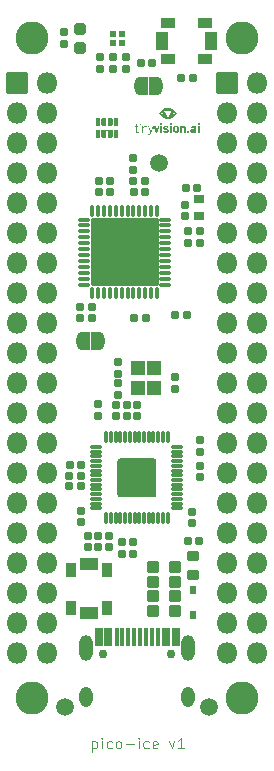
<source format=gbr>
G04 #@! TF.GenerationSoftware,KiCad,Pcbnew,(6.0.5)*
G04 #@! TF.CreationDate,2022-10-28T12:11:28-07:00*
G04 #@! TF.ProjectId,pico-ice,7069636f-2d69-4636-952e-6b696361645f,REV1*
G04 #@! TF.SameCoordinates,Original*
G04 #@! TF.FileFunction,Soldermask,Top*
G04 #@! TF.FilePolarity,Negative*
%FSLAX46Y46*%
G04 Gerber Fmt 4.6, Leading zero omitted, Abs format (unit mm)*
G04 Created by KiCad (PCBNEW (6.0.5)) date 2022-10-28 12:11:28*
%MOMM*%
%LPD*%
G01*
G04 APERTURE LIST*
G04 Aperture macros list*
%AMRoundRect*
0 Rectangle with rounded corners*
0 $1 Rounding radius*
0 $2 $3 $4 $5 $6 $7 $8 $9 X,Y pos of 4 corners*
0 Add a 4 corners polygon primitive as box body*
4,1,4,$2,$3,$4,$5,$6,$7,$8,$9,$2,$3,0*
0 Add four circle primitives for the rounded corners*
1,1,$1+$1,$2,$3*
1,1,$1+$1,$4,$5*
1,1,$1+$1,$6,$7*
1,1,$1+$1,$8,$9*
0 Add four rect primitives between the rounded corners*
20,1,$1+$1,$2,$3,$4,$5,0*
20,1,$1+$1,$4,$5,$6,$7,0*
20,1,$1+$1,$6,$7,$8,$9,0*
20,1,$1+$1,$8,$9,$2,$3,0*%
%AMFreePoly0*
4,1,37,0.536062,0.786062,0.551000,0.750000,0.551000,-0.750000,0.536062,-0.786062,0.500000,-0.801000,0.000000,-0.801000,-0.012525,-0.795812,-0.080875,-0.794559,-0.095149,-0.792248,-0.230464,-0.749973,-0.243516,-0.743747,-0.361526,-0.665192,-0.372306,-0.655554,-0.463526,-0.547035,-0.471167,-0.534759,-0.528262,-0.405000,-0.532150,-0.391073,-0.549733,-0.256613,-0.548336,-0.256430,-0.551000,-0.250000,
-0.551000,0.250000,-0.550512,0.251179,-0.550356,0.263956,-0.528545,0.404033,-0.524317,0.417860,-0.464069,0.546185,-0.456130,0.558271,-0.362286,0.664529,-0.351274,0.673901,-0.231379,0.749549,-0.218180,0.755454,-0.081873,0.794411,-0.067546,0.796373,-0.011990,0.796033,0.000000,0.801000,0.500000,0.801000,0.536062,0.786062,0.536062,0.786062,$1*%
%AMFreePoly1*
4,1,37,0.012349,0.795885,0.074216,0.795507,0.088518,0.793370,0.224339,0.752751,0.237465,0.746685,0.356427,0.669578,0.367324,0.660073,0.459862,0.552676,0.467652,0.540494,0.526329,0.411442,0.530388,0.397563,0.550485,0.257230,0.551000,0.250000,0.551000,-0.250000,0.550996,-0.250622,0.550847,-0.262838,0.550144,-0.270677,0.526624,-0.410478,0.522228,-0.424254,0.460416,-0.551833,
0.452330,-0.563821,0.357195,-0.668925,0.346069,-0.678161,0.225259,-0.752338,0.211989,-0.758081,0.075216,-0.795370,0.060866,-0.797157,0.011464,-0.796251,0.000000,-0.801000,-0.500000,-0.801000,-0.536062,-0.786062,-0.551000,-0.750000,-0.551000,0.750000,-0.536062,0.786062,-0.500000,0.801000,0.000000,0.801000,0.012349,0.795885,0.012349,0.795885,$1*%
G04 Aperture macros list end*
%ADD10C,0.125000*%
%ADD11RoundRect,0.186000X0.185000X-0.135000X0.185000X0.135000X-0.185000X0.135000X-0.185000X-0.135000X0*%
%ADD12C,2.802000*%
%ADD13RoundRect,0.191000X0.170000X-0.140000X0.170000X0.140000X-0.170000X0.140000X-0.170000X-0.140000X0*%
%ADD14RoundRect,0.251000X-0.275000X0.200000X-0.275000X-0.200000X0.275000X-0.200000X0.275000X0.200000X0*%
%ADD15RoundRect,0.191000X0.140000X0.170000X-0.140000X0.170000X-0.140000X-0.170000X0.140000X-0.170000X0*%
%ADD16RoundRect,0.191000X-0.170000X0.140000X-0.170000X-0.140000X0.170000X-0.140000X0.170000X0.140000X0*%
%ADD17RoundRect,0.269750X-0.256250X0.218750X-0.256250X-0.218750X0.256250X-0.218750X0.256250X0.218750X0*%
%ADD18RoundRect,0.186000X-0.135000X-0.185000X0.135000X-0.185000X0.135000X0.185000X-0.135000X0.185000X0*%
%ADD19RoundRect,0.191000X-0.140000X-0.170000X0.140000X-0.170000X0.140000X0.170000X-0.140000X0.170000X0*%
%ADD20RoundRect,0.051000X-0.475000X-0.700000X0.475000X-0.700000X0.475000X0.700000X-0.475000X0.700000X0*%
%ADD21RoundRect,0.051000X0.575000X-0.375000X0.575000X0.375000X-0.575000X0.375000X-0.575000X-0.375000X0*%
%ADD22RoundRect,0.288500X0.250000X0.237500X-0.250000X0.237500X-0.250000X-0.237500X0.250000X-0.237500X0*%
%ADD23C,0.752000*%
%ADD24RoundRect,0.051000X-0.300000X-0.725000X0.300000X-0.725000X0.300000X0.725000X-0.300000X0.725000X0*%
%ADD25RoundRect,0.051000X-0.150000X-0.725000X0.150000X-0.725000X0.150000X0.725000X-0.150000X0.725000X0*%
%ADD26O,1.102000X2.202000*%
%ADD27O,1.102000X1.702000*%
%ADD28RoundRect,0.186000X-0.185000X0.135000X-0.185000X-0.135000X0.185000X-0.135000X0.185000X0.135000X0*%
%ADD29FreePoly0,0.000000*%
%ADD30FreePoly1,0.000000*%
%ADD31RoundRect,0.051000X-0.850000X-0.850000X0.850000X-0.850000X0.850000X0.850000X-0.850000X0.850000X0*%
%ADD32O,1.802000X1.802000*%
%ADD33RoundRect,0.288500X-0.250000X-0.237500X0.250000X-0.237500X0.250000X0.237500X-0.250000X0.237500X0*%
%ADD34RoundRect,0.051000X-0.225000X0.300000X-0.225000X-0.300000X0.225000X-0.300000X0.225000X0.300000X0*%
%ADD35RoundRect,0.051000X-0.215000X-0.215000X0.215000X-0.215000X0.215000X0.215000X-0.215000X0.215000X0*%
%ADD36C,1.500000*%
%ADD37RoundRect,0.051000X-0.700000X0.475000X-0.700000X-0.475000X0.700000X-0.475000X0.700000X0.475000X0*%
%ADD38RoundRect,0.051000X-0.375000X-0.575000X0.375000X-0.575000X0.375000X0.575000X-0.375000X0.575000X0*%
%ADD39RoundRect,0.051000X0.160000X-0.250000X0.160000X0.250000X-0.160000X0.250000X-0.160000X-0.250000X0*%
%ADD40RoundRect,0.101000X0.387500X0.050000X-0.387500X0.050000X-0.387500X-0.050000X0.387500X-0.050000X0*%
%ADD41RoundRect,0.101000X0.050000X0.387500X-0.050000X0.387500X-0.050000X-0.387500X0.050000X-0.387500X0*%
%ADD42RoundRect,0.195000X1.456000X1.456000X-1.456000X1.456000X-1.456000X-1.456000X1.456000X-1.456000X0*%
%ADD43RoundRect,0.051000X-0.500000X0.575000X-0.500000X-0.575000X0.500000X-0.575000X0.500000X0.575000X0*%
%ADD44RoundRect,0.051000X-0.350000X0.300000X-0.350000X-0.300000X0.350000X-0.300000X0.350000X0.300000X0*%
%ADD45RoundRect,0.113500X0.062500X-0.375000X0.062500X0.375000X-0.062500X0.375000X-0.062500X-0.375000X0*%
%ADD46RoundRect,0.113500X0.375000X-0.062500X0.375000X0.062500X-0.375000X0.062500X-0.375000X-0.062500X0*%
%ADD47RoundRect,0.051000X2.800000X-2.800000X2.800000X2.800000X-2.800000X2.800000X-2.800000X-2.800000X0*%
G04 APERTURE END LIST*
D10*
X68593975Y-135705213D02*
X68593975Y-136605213D01*
X68593975Y-135748071D02*
X68679689Y-135705213D01*
X68851118Y-135705213D01*
X68936832Y-135748071D01*
X68979689Y-135790928D01*
X69022546Y-135876642D01*
X69022546Y-136133785D01*
X68979689Y-136219499D01*
X68936832Y-136262356D01*
X68851118Y-136305213D01*
X68679689Y-136305213D01*
X68593975Y-136262356D01*
X69408260Y-136305213D02*
X69408260Y-135705213D01*
X69408260Y-135405213D02*
X69365403Y-135448071D01*
X69408260Y-135490928D01*
X69451118Y-135448071D01*
X69408260Y-135405213D01*
X69408260Y-135490928D01*
X70222546Y-136262356D02*
X70136832Y-136305213D01*
X69965403Y-136305213D01*
X69879689Y-136262356D01*
X69836832Y-136219499D01*
X69793975Y-136133785D01*
X69793975Y-135876642D01*
X69836832Y-135790928D01*
X69879689Y-135748071D01*
X69965403Y-135705213D01*
X70136832Y-135705213D01*
X70222546Y-135748071D01*
X70736832Y-136305213D02*
X70651118Y-136262356D01*
X70608260Y-136219499D01*
X70565403Y-136133785D01*
X70565403Y-135876642D01*
X70608260Y-135790928D01*
X70651118Y-135748071D01*
X70736832Y-135705213D01*
X70865403Y-135705213D01*
X70951118Y-135748071D01*
X70993975Y-135790928D01*
X71036832Y-135876642D01*
X71036832Y-136133785D01*
X70993975Y-136219499D01*
X70951118Y-136262356D01*
X70865403Y-136305213D01*
X70736832Y-136305213D01*
X71422546Y-135962356D02*
X72108260Y-135962356D01*
X72536832Y-136305213D02*
X72536832Y-135705213D01*
X72536832Y-135405213D02*
X72493975Y-135448071D01*
X72536832Y-135490928D01*
X72579689Y-135448071D01*
X72536832Y-135405213D01*
X72536832Y-135490928D01*
X73351118Y-136262356D02*
X73265403Y-136305213D01*
X73093975Y-136305213D01*
X73008260Y-136262356D01*
X72965403Y-136219499D01*
X72922546Y-136133785D01*
X72922546Y-135876642D01*
X72965403Y-135790928D01*
X73008260Y-135748071D01*
X73093975Y-135705213D01*
X73265403Y-135705213D01*
X73351118Y-135748071D01*
X74079689Y-136262356D02*
X73993975Y-136305213D01*
X73822546Y-136305213D01*
X73736832Y-136262356D01*
X73693975Y-136176642D01*
X73693975Y-135833785D01*
X73736832Y-135748071D01*
X73822546Y-135705213D01*
X73993975Y-135705213D01*
X74079689Y-135748071D01*
X74122546Y-135833785D01*
X74122546Y-135919499D01*
X73693975Y-136005213D01*
X75108260Y-135705213D02*
X75322546Y-136305213D01*
X75536832Y-135705213D01*
X76351118Y-136305213D02*
X75836832Y-136305213D01*
X76093975Y-136305213D02*
X76093975Y-135405213D01*
X76008260Y-135533785D01*
X75922546Y-135619499D01*
X75836832Y-135662356D01*
G36*
X76367338Y-83600759D02*
G01*
X76382655Y-83601406D01*
X76394436Y-83602642D01*
X76404055Y-83604594D01*
X76410044Y-83606389D01*
X76419669Y-83609894D01*
X76426606Y-83612919D01*
X76428924Y-83614407D01*
X76432355Y-83617116D01*
X76439427Y-83621665D01*
X76444839Y-83624881D01*
X76465105Y-83640120D01*
X76482484Y-83660494D01*
X76496552Y-83685344D01*
X76506883Y-83714015D01*
X76509605Y-83725145D01*
X76510637Y-83730713D01*
X76511537Y-83737537D01*
X76512320Y-83746097D01*
X76512998Y-83756868D01*
X76513586Y-83770328D01*
X76514095Y-83786956D01*
X76514540Y-83807228D01*
X76514935Y-83831623D01*
X76515291Y-83860617D01*
X76515623Y-83894688D01*
X76515944Y-83934314D01*
X76516119Y-83958501D01*
X76517597Y-84168542D01*
X76353404Y-84168542D01*
X76353380Y-83997834D01*
X76353325Y-83954671D01*
X76353158Y-83917334D01*
X76352857Y-83885359D01*
X76352399Y-83858278D01*
X76351762Y-83835628D01*
X76350923Y-83816941D01*
X76349860Y-83801752D01*
X76348551Y-83789596D01*
X76346973Y-83780005D01*
X76345104Y-83772515D01*
X76342921Y-83766661D01*
X76342185Y-83765121D01*
X76330567Y-83748437D01*
X76315465Y-83736751D01*
X76297648Y-83730430D01*
X76277884Y-83729844D01*
X76270963Y-83730994D01*
X76253127Y-83736503D01*
X76238821Y-83745083D01*
X76227143Y-83757613D01*
X76217192Y-83774976D01*
X76211183Y-83789371D01*
X76209675Y-83793488D01*
X76208392Y-83797546D01*
X76207316Y-83802076D01*
X76206422Y-83807609D01*
X76205690Y-83814678D01*
X76205099Y-83823812D01*
X76204626Y-83835545D01*
X76204249Y-83850406D01*
X76203948Y-83868927D01*
X76203701Y-83891640D01*
X76203485Y-83919076D01*
X76203279Y-83951766D01*
X76203073Y-83988394D01*
X76202075Y-84168542D01*
X76038736Y-84168542D01*
X76038736Y-83608433D01*
X76189604Y-83608433D01*
X76190477Y-83653138D01*
X76191350Y-83697844D01*
X76205098Y-83676730D01*
X76212087Y-83667086D01*
X76221072Y-83656207D01*
X76231008Y-83645179D01*
X76240851Y-83635089D01*
X76249556Y-83627021D01*
X76256079Y-83622062D01*
X76258702Y-83621019D01*
X76262624Y-83619147D01*
X76268458Y-83614714D01*
X76276199Y-83609397D01*
X76286029Y-83605501D01*
X76298901Y-83602855D01*
X76315769Y-83601286D01*
X76337587Y-83600624D01*
X76347111Y-83600575D01*
X76367338Y-83600759D01*
G37*
G36*
X72671789Y-83498299D02*
G01*
X72593122Y-83498299D01*
X72593122Y-83413338D01*
X72671789Y-83413338D01*
X72671789Y-83498299D01*
G37*
G36*
X75315000Y-83564379D02*
G01*
X75151372Y-83564379D01*
X75151372Y-83397605D01*
X75315000Y-83397605D01*
X75315000Y-83564379D01*
G37*
G36*
X76806526Y-84168542D02*
G01*
X76636605Y-84168542D01*
X76636605Y-83995474D01*
X76806526Y-83995474D01*
X76806526Y-84168542D01*
G37*
G36*
X76905236Y-83965581D02*
G01*
X76913934Y-83942549D01*
X76924408Y-83923648D01*
X76938015Y-83906727D01*
X76949372Y-83895598D01*
X76966875Y-83881380D01*
X76986374Y-83869092D01*
X77008486Y-83858542D01*
X77033833Y-83849537D01*
X77063034Y-83841885D01*
X77096709Y-83835393D01*
X77135477Y-83829869D01*
X77174688Y-83825618D01*
X77190653Y-83824056D01*
X77205702Y-83822528D01*
X77217912Y-83821234D01*
X77224248Y-83820511D01*
X77237621Y-83818874D01*
X77237621Y-83796038D01*
X77235724Y-83770352D01*
X77229937Y-83749483D01*
X77220117Y-83733196D01*
X77206124Y-83721251D01*
X77188201Y-83713523D01*
X77165609Y-83709638D01*
X77142880Y-83710591D01*
X77121373Y-83716046D01*
X77102449Y-83725667D01*
X77088239Y-83738200D01*
X77080278Y-83749637D01*
X77073509Y-83763166D01*
X77068989Y-83776368D01*
X77067700Y-83785207D01*
X77065721Y-83789636D01*
X77059047Y-83790956D01*
X77050174Y-83790650D01*
X77038009Y-83789807D01*
X77023881Y-83788568D01*
X77009119Y-83787078D01*
X76995049Y-83785482D01*
X76983001Y-83783922D01*
X76974302Y-83782542D01*
X76970280Y-83781487D01*
X76970153Y-83781326D01*
X76967246Y-83780148D01*
X76959457Y-83778801D01*
X76948188Y-83777502D01*
X76941833Y-83776950D01*
X76927731Y-83775786D01*
X76918995Y-83774179D01*
X76914740Y-83770949D01*
X76914082Y-83764914D01*
X76916138Y-83754893D01*
X76918488Y-83745767D01*
X76929305Y-83714850D01*
X76944900Y-83687860D01*
X76965406Y-83664656D01*
X76990957Y-83645092D01*
X77021688Y-83629027D01*
X77030874Y-83625276D01*
X77041854Y-83620869D01*
X77050363Y-83617159D01*
X77054841Y-83614831D01*
X77055114Y-83614595D01*
X77058702Y-83613082D01*
X77066937Y-83610680D01*
X77078307Y-83607815D01*
X77083434Y-83606625D01*
X77101051Y-83603702D01*
X77123229Y-83601641D01*
X77148367Y-83600443D01*
X77174864Y-83600108D01*
X77201119Y-83600638D01*
X77225529Y-83602033D01*
X77246495Y-83604294D01*
X77258861Y-83606528D01*
X77270641Y-83609528D01*
X77279630Y-83612379D01*
X77284406Y-83614607D01*
X77284821Y-83615181D01*
X77287350Y-83617623D01*
X77289177Y-83617873D01*
X77293799Y-83619216D01*
X77302470Y-83622808D01*
X77313657Y-83627993D01*
X77319052Y-83630645D01*
X77341887Y-83644224D01*
X77361402Y-83660138D01*
X77376444Y-83677358D01*
X77382571Y-83687356D01*
X77385729Y-83693602D01*
X77388457Y-83699527D01*
X77390792Y-83705630D01*
X77392769Y-83712411D01*
X77394427Y-83720367D01*
X77395801Y-83729999D01*
X77396928Y-83741803D01*
X77397846Y-83756280D01*
X77398591Y-83773928D01*
X77399199Y-83795246D01*
X77399709Y-83820732D01*
X77400156Y-83850885D01*
X77400577Y-83886204D01*
X77401009Y-83927188D01*
X77401128Y-83938834D01*
X77401636Y-83984677D01*
X77402168Y-84024462D01*
X77402730Y-84058427D01*
X77403330Y-84086807D01*
X77403973Y-84109839D01*
X77404666Y-84127758D01*
X77405415Y-84140802D01*
X77406227Y-84149205D01*
X77406940Y-84152787D01*
X77409411Y-84160626D01*
X77410653Y-84165733D01*
X77410689Y-84166161D01*
X77407681Y-84166807D01*
X77399217Y-84167386D01*
X77386131Y-84167874D01*
X77369259Y-84168245D01*
X77349438Y-84168476D01*
X77330773Y-84168542D01*
X77250858Y-84168542D01*
X77247391Y-84142581D01*
X77245623Y-84128416D01*
X77244134Y-84114814D01*
X77243208Y-84104403D01*
X77243133Y-84103235D01*
X77242341Y-84089849D01*
X77220893Y-84115238D01*
X77199922Y-84137378D01*
X77178400Y-84154264D01*
X77155201Y-84166423D01*
X77129199Y-84174380D01*
X77099269Y-84178664D01*
X77083434Y-84179561D01*
X77066856Y-84179824D01*
X77050624Y-84179552D01*
X77036916Y-84178809D01*
X77029785Y-84178011D01*
X77010501Y-84173615D01*
X76990155Y-84166812D01*
X76971608Y-84158639D01*
X76962958Y-84153777D01*
X76953593Y-84147271D01*
X76943890Y-84139546D01*
X76935185Y-84131797D01*
X76928815Y-84125221D01*
X76926117Y-84121012D01*
X76926100Y-84120808D01*
X76924453Y-84116607D01*
X76920305Y-84109492D01*
X76918150Y-84106228D01*
X76907891Y-84086398D01*
X76900910Y-84062576D01*
X76897343Y-84036222D01*
X76897323Y-84008793D01*
X76898401Y-84000830D01*
X77071914Y-84000830D01*
X77072736Y-84019046D01*
X77078105Y-84035656D01*
X77087445Y-84050010D01*
X77100176Y-84061462D01*
X77115720Y-84069362D01*
X77133499Y-84073063D01*
X77152932Y-84071917D01*
X77173443Y-84065275D01*
X77176815Y-84063644D01*
X77195692Y-84050725D01*
X77211931Y-84032922D01*
X77224719Y-84011371D01*
X77233241Y-83987212D01*
X77234083Y-83983519D01*
X77235659Y-83972793D01*
X77236874Y-83958246D01*
X77237545Y-83942350D01*
X77237621Y-83935532D01*
X77237621Y-83904220D01*
X77228593Y-83904220D01*
X77216282Y-83905139D01*
X77200004Y-83907620D01*
X77181769Y-83911250D01*
X77163585Y-83915613D01*
X77147461Y-83920296D01*
X77142711Y-83921921D01*
X77123723Y-83929603D01*
X77109357Y-83937673D01*
X77097989Y-83947287D01*
X77087992Y-83959604D01*
X77086232Y-83962170D01*
X77076220Y-83981655D01*
X77071914Y-84000830D01*
X76898401Y-84000830D01*
X76900984Y-83981749D01*
X76905236Y-83965581D01*
G37*
G36*
X75315000Y-84168542D02*
G01*
X75151372Y-84168542D01*
X75151372Y-83608433D01*
X75315000Y-83608433D01*
X75315000Y-84168542D01*
G37*
G36*
X72668642Y-84168542D02*
G01*
X72599415Y-84168542D01*
X72599415Y-83608433D01*
X72668642Y-83608433D01*
X72668642Y-84168542D01*
G37*
G36*
X73103766Y-83594233D02*
G01*
X73115477Y-83595519D01*
X73128474Y-83597954D01*
X73142106Y-83601288D01*
X73154985Y-83605081D01*
X73165723Y-83608889D01*
X73172933Y-83612269D01*
X73175257Y-83614580D01*
X73177688Y-83617350D01*
X73183989Y-83622243D01*
X73190808Y-83626889D01*
X73210425Y-83643179D01*
X73227622Y-83664833D01*
X73242004Y-83691254D01*
X73252673Y-83720140D01*
X73253785Y-83724293D01*
X73254749Y-83729073D01*
X73255576Y-83734958D01*
X73256283Y-83742426D01*
X73256881Y-83751952D01*
X73257385Y-83764015D01*
X73257809Y-83779091D01*
X73258166Y-83797657D01*
X73258470Y-83820191D01*
X73258734Y-83847170D01*
X73258974Y-83879070D01*
X73259201Y-83916370D01*
X73259401Y-83953781D01*
X73260503Y-84168542D01*
X73194622Y-84168542D01*
X73193383Y-83966367D01*
X73193128Y-83925636D01*
X73192886Y-83890687D01*
X73192640Y-83861009D01*
X73192371Y-83836089D01*
X73192060Y-83815418D01*
X73191691Y-83798483D01*
X73191243Y-83784773D01*
X73190700Y-83773777D01*
X73190042Y-83764983D01*
X73189252Y-83757880D01*
X73188311Y-83751957D01*
X73187200Y-83746702D01*
X73185903Y-83741604D01*
X73185271Y-83739291D01*
X73175713Y-83712260D01*
X73163323Y-83690747D01*
X73147790Y-83674506D01*
X73128805Y-83663289D01*
X73106058Y-83656850D01*
X73079472Y-83654939D01*
X73049364Y-83657727D01*
X73022045Y-83665786D01*
X72996725Y-83679448D01*
X72972615Y-83699043D01*
X72971325Y-83700283D01*
X72953994Y-83719373D01*
X72940177Y-83740108D01*
X72929040Y-83763990D01*
X72919751Y-83792521D01*
X72919370Y-83793911D01*
X72917973Y-83799335D01*
X72916785Y-83804879D01*
X72915787Y-83811097D01*
X72914955Y-83818546D01*
X72914270Y-83827784D01*
X72913710Y-83839366D01*
X72913253Y-83853849D01*
X72912878Y-83871790D01*
X72912565Y-83893746D01*
X72912291Y-83920272D01*
X72912035Y-83951926D01*
X72911776Y-83989263D01*
X72911751Y-83993114D01*
X72910597Y-84168542D01*
X72838563Y-84168542D01*
X72838563Y-83608433D01*
X72910936Y-83608433D01*
X72910936Y-83706955D01*
X72923583Y-83687389D01*
X72941426Y-83663109D01*
X72960907Y-83642560D01*
X72980842Y-83626988D01*
X72981259Y-83626721D01*
X72990643Y-83620553D01*
X72998203Y-83615208D01*
X73001546Y-83612514D01*
X73008125Y-83608633D01*
X73019327Y-83604448D01*
X73033526Y-83600406D01*
X73049093Y-83596952D01*
X73064404Y-83594531D01*
X73068932Y-83594052D01*
X73085488Y-83593476D01*
X73103766Y-83594233D01*
G37*
G36*
X74843378Y-83600469D02*
G01*
X74865718Y-83601498D01*
X74885130Y-83603265D01*
X74900125Y-83605770D01*
X74902777Y-83606447D01*
X74913343Y-83609659D01*
X74921270Y-83612559D01*
X74924804Y-83614490D01*
X74928190Y-83617003D01*
X74935649Y-83621459D01*
X74945641Y-83626943D01*
X74946838Y-83627575D01*
X74966582Y-83640448D01*
X74986171Y-83657692D01*
X75003860Y-83677589D01*
X75016888Y-83696639D01*
X75024739Y-83710963D01*
X75031111Y-83724200D01*
X75035535Y-83735211D01*
X75037541Y-83742858D01*
X75037132Y-83745749D01*
X75033686Y-83747119D01*
X75025340Y-83749799D01*
X75013269Y-83753454D01*
X74998650Y-83757748D01*
X74982657Y-83762349D01*
X74966465Y-83766921D01*
X74951250Y-83771130D01*
X74938187Y-83774641D01*
X74928451Y-83777120D01*
X74923218Y-83778233D01*
X74922879Y-83778262D01*
X74919793Y-83775637D01*
X74915936Y-83768870D01*
X74914065Y-83764453D01*
X74904433Y-83746796D01*
X74890379Y-83730754D01*
X74873765Y-83718301D01*
X74867503Y-83715071D01*
X74859209Y-83711689D01*
X74851137Y-83709488D01*
X74841587Y-83708227D01*
X74828859Y-83707664D01*
X74814678Y-83707553D01*
X74798227Y-83707705D01*
X74786434Y-83708321D01*
X74777669Y-83709638D01*
X74770300Y-83711895D01*
X74763237Y-83715063D01*
X74748750Y-83724875D01*
X74739651Y-83736972D01*
X74736176Y-83750600D01*
X74738560Y-83765007D01*
X74744206Y-83775680D01*
X74748451Y-83781035D01*
X74753552Y-83785489D01*
X74760291Y-83789290D01*
X74769452Y-83792683D01*
X74781816Y-83795914D01*
X74798168Y-83799230D01*
X74819290Y-83802876D01*
X74842479Y-83806559D01*
X74863580Y-83809955D01*
X74884633Y-83813557D01*
X74904043Y-83817076D01*
X74920217Y-83820225D01*
X74930459Y-83822450D01*
X74964116Y-83832789D01*
X74992605Y-83846670D01*
X75016060Y-83864241D01*
X75034613Y-83885650D01*
X75048396Y-83911046D01*
X75057543Y-83940576D01*
X75061778Y-83969110D01*
X75061809Y-84003194D01*
X75056090Y-84035781D01*
X75044969Y-84066262D01*
X75028791Y-84094025D01*
X75007903Y-84118462D01*
X74982652Y-84138963D01*
X74957186Y-84153222D01*
X74925332Y-84165137D01*
X74889359Y-84173818D01*
X74850643Y-84179094D01*
X74810561Y-84180795D01*
X74770490Y-84178752D01*
X74759916Y-84177545D01*
X74730042Y-84172414D01*
X74703346Y-84164774D01*
X74676934Y-84153770D01*
X74673201Y-84151965D01*
X74658508Y-84144127D01*
X74646102Y-84135789D01*
X74633860Y-84125363D01*
X74621928Y-84113602D01*
X74605189Y-84094329D01*
X74590808Y-84073668D01*
X74579603Y-84053024D01*
X74572389Y-84033804D01*
X74570549Y-84025254D01*
X74568648Y-84012555D01*
X74632662Y-84003960D01*
X74652294Y-84001360D01*
X74670012Y-83999082D01*
X74684792Y-83997250D01*
X74695607Y-83995993D01*
X74701434Y-83995436D01*
X74701940Y-83995420D01*
X74706697Y-83998368D01*
X74710727Y-84006156D01*
X74710801Y-84006379D01*
X74717105Y-84018615D01*
X74727421Y-84031596D01*
X74740006Y-84043516D01*
X74753117Y-84052574D01*
X74757523Y-84054740D01*
X74783019Y-84062738D01*
X74811393Y-84066515D01*
X74840787Y-84065996D01*
X74869342Y-84061103D01*
X74874805Y-84059588D01*
X74890424Y-84052865D01*
X74903599Y-84043234D01*
X74913204Y-84031828D01*
X74918116Y-84019784D01*
X74918518Y-84015468D01*
X74916887Y-84003744D01*
X74911658Y-83994054D01*
X74902332Y-83986117D01*
X74888407Y-83979652D01*
X74869381Y-83974379D01*
X74844755Y-83970015D01*
X74835131Y-83968703D01*
X74823276Y-83966961D01*
X74808799Y-83964501D01*
X74792937Y-83961575D01*
X74776927Y-83958433D01*
X74762008Y-83955326D01*
X74749416Y-83952506D01*
X74740390Y-83950223D01*
X74736166Y-83948728D01*
X74736034Y-83948605D01*
X74732403Y-83946739D01*
X74724331Y-83943965D01*
X74713496Y-83940855D01*
X74712411Y-83940570D01*
X74680423Y-83929509D01*
X74653059Y-83914199D01*
X74630270Y-83894606D01*
X74613607Y-83873248D01*
X74599785Y-83846085D01*
X74591398Y-83816889D01*
X74588341Y-83786613D01*
X74590506Y-83756207D01*
X74597788Y-83726622D01*
X74610081Y-83698809D01*
X74627278Y-83673718D01*
X74637077Y-83663084D01*
X74647414Y-83654090D01*
X74660325Y-83644601D01*
X74674430Y-83635443D01*
X74688349Y-83627439D01*
X74700701Y-83621414D01*
X74710107Y-83618192D01*
X74712775Y-83617873D01*
X74716726Y-83616244D01*
X74717131Y-83615065D01*
X74719947Y-83612996D01*
X74727392Y-83610094D01*
X74737961Y-83606930D01*
X74739944Y-83606411D01*
X74754559Y-83603744D01*
X74773701Y-83601816D01*
X74795879Y-83600628D01*
X74819601Y-83600179D01*
X74843378Y-83600469D01*
G37*
G36*
X74264873Y-82530064D02*
G01*
X74268127Y-82526584D01*
X74274008Y-82518978D01*
X74281679Y-82508374D01*
X74290174Y-82496081D01*
X74314080Y-82461496D01*
X74336494Y-82430826D01*
X74358566Y-82402702D01*
X74381441Y-82375752D01*
X74406269Y-82348606D01*
X74434198Y-82319892D01*
X74454554Y-82299740D01*
X74496620Y-82260227D01*
X74537245Y-82225605D01*
X74577584Y-82195030D01*
X74618792Y-82167659D01*
X74662022Y-82142651D01*
X74688810Y-82128729D01*
X74705044Y-82120534D01*
X74719456Y-82113121D01*
X74731038Y-82107021D01*
X74738781Y-82102762D01*
X74741518Y-82101051D01*
X74747039Y-82098113D01*
X74757543Y-82093954D01*
X74771918Y-82088920D01*
X74789052Y-82083356D01*
X74807833Y-82077609D01*
X74827150Y-82072024D01*
X74845889Y-82066946D01*
X74862939Y-82062721D01*
X74869744Y-82061194D01*
X74882556Y-82058501D01*
X74893563Y-82056424D01*
X74903870Y-82054888D01*
X74914582Y-82053815D01*
X74926805Y-82053127D01*
X74941644Y-82052748D01*
X74960204Y-82052601D01*
X74983591Y-82052608D01*
X74992465Y-82052630D01*
X75017898Y-82052740D01*
X75038159Y-82052964D01*
X75054369Y-82053381D01*
X75067649Y-82054072D01*
X75079119Y-82055118D01*
X75089901Y-82056599D01*
X75101117Y-82058596D01*
X75113886Y-82061189D01*
X75115025Y-82061429D01*
X75130753Y-82065051D01*
X75148468Y-82069646D01*
X75167109Y-82074882D01*
X75185619Y-82080424D01*
X75202940Y-82085941D01*
X75218014Y-82091098D01*
X75229782Y-82095563D01*
X75237185Y-82099003D01*
X75239139Y-82100503D01*
X75242753Y-82103078D01*
X75250662Y-82107282D01*
X75261349Y-82112326D01*
X75264653Y-82113790D01*
X75293191Y-82127442D01*
X75324786Y-82144620D01*
X75358010Y-82164437D01*
X75391437Y-82186004D01*
X75423639Y-82208432D01*
X75453188Y-82230833D01*
X75455027Y-82232302D01*
X75468758Y-82243888D01*
X75485851Y-82259214D01*
X75505401Y-82277393D01*
X75526505Y-82297540D01*
X75548259Y-82318767D01*
X75569757Y-82340188D01*
X75590096Y-82360916D01*
X75608372Y-82380065D01*
X75623680Y-82396749D01*
X75629392Y-82403254D01*
X75639974Y-82415509D01*
X75649691Y-82426724D01*
X75657461Y-82435651D01*
X75662173Y-82441014D01*
X75667357Y-82447104D01*
X75675451Y-82456925D01*
X75685475Y-82469260D01*
X75696452Y-82482891D01*
X75707403Y-82496601D01*
X75717351Y-82509173D01*
X75725316Y-82519389D01*
X75728540Y-82523618D01*
X75737407Y-82535421D01*
X75713431Y-82568644D01*
X75704484Y-82581175D01*
X75697054Y-82591838D01*
X75691833Y-82599621D01*
X75689511Y-82603511D01*
X75689455Y-82603717D01*
X75687504Y-82607229D01*
X75682362Y-82614079D01*
X75675092Y-82622972D01*
X75666759Y-82632611D01*
X75658427Y-82641698D01*
X75657462Y-82642706D01*
X75651770Y-82648779D01*
X75642871Y-82658467D01*
X75631749Y-82670688D01*
X75619390Y-82684362D01*
X75611765Y-82692842D01*
X75560262Y-82747602D01*
X75509035Y-82796663D01*
X75457457Y-82840556D01*
X75404901Y-82879809D01*
X75350741Y-82914955D01*
X75344893Y-82918453D01*
X75331699Y-82926407D01*
X75320544Y-82933362D01*
X75312516Y-82938623D01*
X75308702Y-82941494D01*
X75308578Y-82941649D01*
X75304649Y-82944556D01*
X75295923Y-82949297D01*
X75283456Y-82955400D01*
X75268306Y-82962392D01*
X75251531Y-82969800D01*
X75234187Y-82977153D01*
X75217332Y-82983977D01*
X75202024Y-82989800D01*
X75196149Y-82991890D01*
X75147801Y-83007049D01*
X75101900Y-83017992D01*
X75056529Y-83025038D01*
X75009773Y-83028508D01*
X74974210Y-83028972D01*
X74956185Y-83028742D01*
X74939724Y-83028414D01*
X74926149Y-83028025D01*
X74916781Y-83027608D01*
X74913798Y-83027368D01*
X74890705Y-83023989D01*
X74864491Y-83019172D01*
X74837999Y-83013487D01*
X74814071Y-83007505D01*
X74811787Y-83006873D01*
X74791800Y-83000734D01*
X74769828Y-82993061D01*
X74747033Y-82984349D01*
X74724573Y-82975092D01*
X74703609Y-82965783D01*
X74685302Y-82956918D01*
X74670811Y-82948989D01*
X74662064Y-82943120D01*
X74657206Y-82939619D01*
X74648220Y-82933476D01*
X74636260Y-82925469D01*
X74622482Y-82916375D01*
X74618010Y-82913449D01*
X74586756Y-82892073D01*
X74555285Y-82868748D01*
X74524699Y-82844390D01*
X74496097Y-82819916D01*
X74470579Y-82796243D01*
X74449246Y-82774287D01*
X74444201Y-82768605D01*
X74434105Y-82757079D01*
X74421687Y-82743072D01*
X74408870Y-82728748D01*
X74401939Y-82721069D01*
X74387648Y-82704890D01*
X74372131Y-82686629D01*
X74356303Y-82667426D01*
X74341077Y-82648423D01*
X74327370Y-82630759D01*
X74316094Y-82615576D01*
X74308568Y-82604642D01*
X74299910Y-82591616D01*
X74290348Y-82577922D01*
X74280924Y-82564984D01*
X74272677Y-82554226D01*
X74266651Y-82547073D01*
X74265921Y-82546317D01*
X74261377Y-82539069D01*
X74261763Y-82535999D01*
X74393073Y-82535999D01*
X74412715Y-82560998D01*
X74422546Y-82573663D01*
X74432232Y-82586396D01*
X74440229Y-82597160D01*
X74442872Y-82600826D01*
X74457261Y-82619571D01*
X74475737Y-82641248D01*
X74497393Y-82664960D01*
X74521319Y-82689813D01*
X74546606Y-82714911D01*
X74572346Y-82739359D01*
X74597631Y-82762261D01*
X74621551Y-82782723D01*
X74643198Y-82799848D01*
X74649729Y-82804644D01*
X74661118Y-82812768D01*
X74670453Y-82819335D01*
X74676659Y-82823596D01*
X74678671Y-82824846D01*
X74677292Y-82822632D01*
X74672849Y-82816715D01*
X74666238Y-82808283D01*
X74664817Y-82806503D01*
X74644322Y-82777619D01*
X74625022Y-82744165D01*
X74607709Y-82707851D01*
X74593179Y-82670387D01*
X74582223Y-82633482D01*
X74579913Y-82623522D01*
X74577132Y-82605918D01*
X74575177Y-82583667D01*
X74574046Y-82558357D01*
X74573743Y-82531580D01*
X74574266Y-82504926D01*
X74575617Y-82479987D01*
X74577796Y-82458352D01*
X74579839Y-82445905D01*
X74589861Y-82407252D01*
X74603931Y-82368250D01*
X74613948Y-82346614D01*
X74686086Y-82346614D01*
X74712622Y-82392149D01*
X74721418Y-82407345D01*
X74728982Y-82420606D01*
X74734791Y-82431000D01*
X74738320Y-82437592D01*
X74739157Y-82439473D01*
X74740676Y-82442544D01*
X74744973Y-82450368D01*
X74751660Y-82462262D01*
X74760349Y-82477539D01*
X74770652Y-82495517D01*
X74782180Y-82515509D01*
X74786357Y-82522725D01*
X74798215Y-82543242D01*
X74808982Y-82561970D01*
X74818269Y-82578226D01*
X74825688Y-82591327D01*
X74830852Y-82600590D01*
X74833372Y-82605332D01*
X74833558Y-82605796D01*
X74835072Y-82608828D01*
X74839350Y-82616604D01*
X74845996Y-82628425D01*
X74854615Y-82643591D01*
X74864811Y-82661403D01*
X74876187Y-82681163D01*
X74878679Y-82685477D01*
X74890537Y-82706045D01*
X74901558Y-82725252D01*
X74911288Y-82742304D01*
X74919276Y-82756406D01*
X74925071Y-82766765D01*
X74928222Y-82772584D01*
X74928425Y-82772989D01*
X74931603Y-82778998D01*
X74937070Y-82788836D01*
X74944277Y-82801560D01*
X74952677Y-82816228D01*
X74961721Y-82831895D01*
X74970862Y-82847620D01*
X74979551Y-82862458D01*
X74987240Y-82875466D01*
X74993382Y-82885701D01*
X74997428Y-82892221D01*
X74998813Y-82894136D01*
X75000607Y-82891529D01*
X75005052Y-82884226D01*
X75011690Y-82873003D01*
X75020064Y-82858635D01*
X75029718Y-82841900D01*
X75034712Y-82833184D01*
X75044790Y-82815483D01*
X75053725Y-82799648D01*
X75056706Y-82794304D01*
X75339464Y-82794304D01*
X75351618Y-82785381D01*
X75359980Y-82778904D01*
X75366753Y-82773078D01*
X75368493Y-82771356D01*
X75372593Y-82767561D01*
X75380549Y-82760708D01*
X75391314Y-82751681D01*
X75403841Y-82741366D01*
X75407455Y-82738422D01*
X75437562Y-82713060D01*
X75466222Y-82686959D01*
X75494297Y-82659223D01*
X75522650Y-82628956D01*
X75552144Y-82595262D01*
X75583640Y-82557245D01*
X75592996Y-82545627D01*
X75596480Y-82540711D01*
X75596738Y-82536816D01*
X75593491Y-82531473D01*
X75591045Y-82528241D01*
X75581697Y-82516615D01*
X75568871Y-82501484D01*
X75553479Y-82483853D01*
X75536432Y-82464728D01*
X75518642Y-82445113D01*
X75501020Y-82426014D01*
X75484478Y-82408435D01*
X75469928Y-82393382D01*
X75458362Y-82381939D01*
X75446528Y-82370945D01*
X75432919Y-82358766D01*
X75418315Y-82346049D01*
X75403499Y-82333443D01*
X75389253Y-82321595D01*
X75376359Y-82311153D01*
X75365597Y-82302765D01*
X75357750Y-82297080D01*
X75353601Y-82294744D01*
X75353203Y-82294783D01*
X75354054Y-82297802D01*
X75357620Y-82303734D01*
X75358318Y-82304739D01*
X75369131Y-82322369D01*
X75380242Y-82344618D01*
X75391013Y-82369880D01*
X75400804Y-82396551D01*
X75408977Y-82423027D01*
X75414531Y-82445905D01*
X75417297Y-82464240D01*
X75419234Y-82487006D01*
X75420343Y-82512611D01*
X75420624Y-82539465D01*
X75420079Y-82565978D01*
X75418707Y-82590558D01*
X75416510Y-82611616D01*
X75414457Y-82623522D01*
X75404111Y-82661495D01*
X75389447Y-82701080D01*
X75371313Y-82740294D01*
X75350556Y-82777154D01*
X75345086Y-82785723D01*
X75339464Y-82794304D01*
X75056706Y-82794304D01*
X75061071Y-82786481D01*
X75066382Y-82776785D01*
X75069212Y-82771361D01*
X75069559Y-82770512D01*
X75071067Y-82767455D01*
X75075334Y-82759628D01*
X75081978Y-82747716D01*
X75090613Y-82732401D01*
X75100856Y-82714367D01*
X75112322Y-82694297D01*
X75116759Y-82686559D01*
X75128575Y-82665925D01*
X75139309Y-82647089D01*
X75148578Y-82630732D01*
X75155996Y-82617535D01*
X75161181Y-82608178D01*
X75163749Y-82603342D01*
X75163959Y-82602836D01*
X75165457Y-82599822D01*
X75169686Y-82592058D01*
X75176249Y-82580253D01*
X75184749Y-82565117D01*
X75194789Y-82547360D01*
X75205971Y-82527692D01*
X75207441Y-82525113D01*
X75219183Y-82504476D01*
X75230235Y-82484956D01*
X75240110Y-82467417D01*
X75248323Y-82452727D01*
X75254388Y-82441751D01*
X75257818Y-82435355D01*
X75257850Y-82435293D01*
X75262128Y-82427252D01*
X75268677Y-82415361D01*
X75276612Y-82401214D01*
X75285045Y-82386404D01*
X75285168Y-82386190D01*
X75292784Y-82372779D01*
X75299106Y-82361363D01*
X75303546Y-82353028D01*
X75305514Y-82348862D01*
X75305560Y-82348645D01*
X75302484Y-82348359D01*
X75293539Y-82348085D01*
X75279150Y-82347826D01*
X75259742Y-82347585D01*
X75235739Y-82347364D01*
X75207566Y-82347166D01*
X75175647Y-82346994D01*
X75140407Y-82346850D01*
X75102270Y-82346738D01*
X75061662Y-82346660D01*
X75019007Y-82346620D01*
X74995823Y-82346614D01*
X74686086Y-82346614D01*
X74613948Y-82346614D01*
X74621174Y-82331005D01*
X74640718Y-82297623D01*
X74642454Y-82295035D01*
X74647762Y-82287105D01*
X74650703Y-82282087D01*
X74650817Y-82280130D01*
X74647641Y-82281383D01*
X74640715Y-82285995D01*
X74629576Y-82294115D01*
X74617555Y-82303063D01*
X74573120Y-82338855D01*
X74528262Y-82380120D01*
X74483690Y-82426137D01*
X74440112Y-82476188D01*
X74410843Y-82512894D01*
X74393073Y-82535999D01*
X74261763Y-82535999D01*
X74262182Y-82532663D01*
X74264873Y-82530064D01*
G37*
G36*
X75423710Y-83796959D02*
G01*
X75435274Y-83759372D01*
X75450995Y-83724901D01*
X75461294Y-83707800D01*
X75478460Y-83685650D01*
X75499420Y-83664502D01*
X75522601Y-83645670D01*
X75546430Y-83630466D01*
X75563860Y-83622203D01*
X75572390Y-83618521D01*
X75578151Y-83615438D01*
X75579321Y-83614469D01*
X75582947Y-83612421D01*
X75590817Y-83609351D01*
X75599774Y-83606385D01*
X75612753Y-83603654D01*
X75630442Y-83601696D01*
X75651307Y-83600513D01*
X75673813Y-83600107D01*
X75696425Y-83600480D01*
X75717607Y-83601634D01*
X75735824Y-83603572D01*
X75749121Y-83606178D01*
X75759684Y-83609373D01*
X75767622Y-83612296D01*
X75771148Y-83614261D01*
X75774868Y-83616784D01*
X75782393Y-83620389D01*
X75787002Y-83622294D01*
X75819155Y-83638218D01*
X75848025Y-83659228D01*
X75873394Y-83684915D01*
X75895043Y-83714868D01*
X75912756Y-83748678D01*
X75926315Y-83785935D01*
X75935501Y-83826228D01*
X75940098Y-83869149D01*
X75940090Y-83910514D01*
X75935615Y-83954212D01*
X75926549Y-83994019D01*
X75912617Y-84030626D01*
X75893543Y-84064723D01*
X75869052Y-84096999D01*
X75862832Y-84104010D01*
X75836387Y-84128881D01*
X75806760Y-84148717D01*
X75773359Y-84163869D01*
X75747668Y-84171809D01*
X75729858Y-84175296D01*
X75707955Y-84177896D01*
X75684090Y-84179504D01*
X75660394Y-84180015D01*
X75638997Y-84179326D01*
X75624948Y-84177836D01*
X75589891Y-84170039D01*
X75558389Y-84158012D01*
X75529820Y-84141333D01*
X75503564Y-84119578D01*
X75479000Y-84092325D01*
X75459537Y-84065357D01*
X75441873Y-84033281D01*
X75428400Y-83997489D01*
X75419111Y-83958958D01*
X75414003Y-83918663D01*
X75413070Y-83877581D01*
X75413087Y-83877368D01*
X75585614Y-83877368D01*
X75586686Y-83919765D01*
X75589945Y-83956443D01*
X75595451Y-83987605D01*
X75603269Y-84013457D01*
X75613460Y-84034203D01*
X75626086Y-84050048D01*
X75641211Y-84061196D01*
X75641790Y-84061506D01*
X75655170Y-84065987D01*
X75671910Y-84067917D01*
X75689622Y-84067308D01*
X75705921Y-84064173D01*
X75713901Y-84061145D01*
X75728985Y-84050435D01*
X75741906Y-84034177D01*
X75752441Y-84012809D01*
X75760366Y-83986771D01*
X75764939Y-83960861D01*
X75767173Y-83936088D01*
X75768135Y-83908432D01*
X75767905Y-83879279D01*
X75766561Y-83850012D01*
X75764183Y-83822017D01*
X75760851Y-83796679D01*
X75756642Y-83775381D01*
X75753759Y-83765207D01*
X75745014Y-83746147D01*
X75732859Y-83730145D01*
X75718465Y-83718710D01*
X75717030Y-83717920D01*
X75701890Y-83712650D01*
X75683550Y-83710368D01*
X75664346Y-83711071D01*
X75646616Y-83714756D01*
X75638423Y-83718011D01*
X75623010Y-83728727D01*
X75610321Y-83744432D01*
X75600308Y-83765274D01*
X75592922Y-83791403D01*
X75588112Y-83822967D01*
X75585830Y-83860113D01*
X75585614Y-83877368D01*
X75413087Y-83877368D01*
X75416307Y-83836688D01*
X75423710Y-83796959D01*
G37*
G36*
X74500010Y-84168542D02*
G01*
X74336382Y-84168542D01*
X74336382Y-83608433D01*
X74500010Y-83608433D01*
X74500010Y-84168542D01*
G37*
G36*
X77693890Y-83564379D02*
G01*
X77530262Y-83564379D01*
X77530262Y-83397605D01*
X77693890Y-83397605D01*
X77693890Y-83564379D01*
G37*
G36*
X74500010Y-83564379D02*
G01*
X74336382Y-83564379D01*
X74336382Y-83397605D01*
X74500010Y-83397605D01*
X74500010Y-83564379D01*
G37*
G36*
X72350827Y-83608433D02*
G01*
X72476694Y-83608433D01*
X72476694Y-83668219D01*
X72350603Y-83668219D01*
X72351502Y-83865674D01*
X72352401Y-84063128D01*
X72359878Y-84079671D01*
X72369258Y-84095094D01*
X72382090Y-84108956D01*
X72396740Y-84119822D01*
X72411571Y-84126260D01*
X72413578Y-84126729D01*
X72425003Y-84128163D01*
X72440595Y-84128913D01*
X72458265Y-84128978D01*
X72475925Y-84128353D01*
X72491485Y-84127038D01*
X72493215Y-84126821D01*
X72511308Y-84124433D01*
X72511308Y-84180315D01*
X72490068Y-84182250D01*
X72467343Y-84184110D01*
X72446883Y-84185379D01*
X72429793Y-84186010D01*
X72417177Y-84185955D01*
X72412188Y-84185570D01*
X72380354Y-84179254D01*
X72353730Y-84169529D01*
X72332201Y-84156345D01*
X72319626Y-84144497D01*
X72310055Y-84130807D01*
X72300950Y-84112683D01*
X72293066Y-84091978D01*
X72287155Y-84070545D01*
X72285057Y-84059378D01*
X72284229Y-84050516D01*
X72283508Y-84035587D01*
X72282896Y-84014817D01*
X72282398Y-83988433D01*
X72282017Y-83956660D01*
X72281756Y-83919724D01*
X72281620Y-83877852D01*
X72281600Y-83852484D01*
X72281600Y-83668219D01*
X72171467Y-83668219D01*
X72171467Y-83608433D01*
X72278454Y-83608433D01*
X72278454Y-83473865D01*
X72302840Y-83471820D01*
X72316467Y-83470577D01*
X72329282Y-83469240D01*
X72338633Y-83468085D01*
X72339027Y-83468027D01*
X72350827Y-83466279D01*
X72350827Y-83608433D01*
G37*
G36*
X77693890Y-84168542D02*
G01*
X77530262Y-84168542D01*
X77530262Y-83608433D01*
X77693890Y-83608433D01*
X77693890Y-84168542D01*
G37*
G36*
X73835921Y-83608094D02*
G01*
X73858691Y-83608259D01*
X73880078Y-83608580D01*
X73899236Y-83609058D01*
X73915316Y-83609692D01*
X73927472Y-83610483D01*
X73934854Y-83611431D01*
X73936754Y-83612293D01*
X73937631Y-83616207D01*
X73940107Y-83625336D01*
X73943951Y-83638877D01*
X73948930Y-83656023D01*
X73954813Y-83675971D01*
X73961369Y-83697915D01*
X73962353Y-83701187D01*
X73970855Y-83729448D01*
X73980451Y-83761378D01*
X73990488Y-83794803D01*
X74000314Y-83827549D01*
X74009275Y-83857441D01*
X74012919Y-83869607D01*
X74020649Y-83895431D01*
X74026758Y-83915823D01*
X74031439Y-83931376D01*
X74034884Y-83942686D01*
X74037283Y-83950344D01*
X74038831Y-83954947D01*
X74039717Y-83957087D01*
X74040136Y-83957360D01*
X74040278Y-83956359D01*
X74040335Y-83954677D01*
X74040346Y-83954455D01*
X74041309Y-83950253D01*
X74043896Y-83940886D01*
X74047860Y-83927195D01*
X74052954Y-83910023D01*
X74058930Y-83890214D01*
X74065269Y-83869495D01*
X74073225Y-83843659D01*
X74082442Y-83813732D01*
X74092327Y-83781636D01*
X74102289Y-83749295D01*
X74111734Y-83718632D01*
X74117812Y-83698900D01*
X74145681Y-83608433D01*
X74207992Y-83608433D01*
X74229265Y-83608462D01*
X74245057Y-83608602D01*
X74256183Y-83608933D01*
X74263455Y-83609532D01*
X74267686Y-83610478D01*
X74269690Y-83611850D01*
X74270279Y-83613727D01*
X74270302Y-83614464D01*
X74268890Y-83619969D01*
X74267168Y-83621544D01*
X74265769Y-83624586D01*
X74262546Y-83633085D01*
X74257673Y-83646532D01*
X74251325Y-83664416D01*
X74243675Y-83686226D01*
X74234898Y-83711453D01*
X74225168Y-83739586D01*
X74214660Y-83770115D01*
X74203548Y-83802530D01*
X74192005Y-83836321D01*
X74180206Y-83870976D01*
X74168326Y-83905987D01*
X74156539Y-83940843D01*
X74145019Y-83975033D01*
X74133939Y-84008047D01*
X74123476Y-84039376D01*
X74113802Y-84068508D01*
X74105092Y-84094934D01*
X74097520Y-84118144D01*
X74096719Y-84120618D01*
X74081178Y-84168668D01*
X73951200Y-84166968D01*
X73942540Y-84140221D01*
X73940279Y-84133363D01*
X73936198Y-84121125D01*
X73930494Y-84104091D01*
X73923365Y-84082843D01*
X73915006Y-84057965D01*
X73905613Y-84030038D01*
X73895385Y-83999645D01*
X73884516Y-83967370D01*
X73873203Y-83933794D01*
X73861643Y-83899501D01*
X73850033Y-83865074D01*
X73838568Y-83831094D01*
X73827446Y-83798146D01*
X73816862Y-83766810D01*
X73807014Y-83737671D01*
X73798097Y-83711312D01*
X73790308Y-83688313D01*
X73783844Y-83669260D01*
X73778901Y-83654733D01*
X73775676Y-83645316D01*
X73775504Y-83644818D01*
X73771716Y-83634995D01*
X73768517Y-83628740D01*
X73766494Y-83627160D01*
X73766279Y-83627512D01*
X73761827Y-83639592D01*
X73755421Y-83657105D01*
X73747238Y-83679560D01*
X73737456Y-83706469D01*
X73726251Y-83737341D01*
X73713802Y-83771688D01*
X73700284Y-83809020D01*
X73685877Y-83848848D01*
X73670756Y-83890681D01*
X73655099Y-83934032D01*
X73639083Y-83978409D01*
X73622886Y-84023325D01*
X73617614Y-84037954D01*
X73601354Y-84083012D01*
X73587020Y-84122554D01*
X73574435Y-84156996D01*
X73563420Y-84186754D01*
X73553799Y-84212244D01*
X73545394Y-84233882D01*
X73538029Y-84252084D01*
X73531526Y-84267266D01*
X73525707Y-84279844D01*
X73520397Y-84290234D01*
X73515416Y-84298852D01*
X73510589Y-84306113D01*
X73505738Y-84312434D01*
X73500686Y-84318231D01*
X73496184Y-84322971D01*
X73474381Y-84341437D01*
X73449963Y-84354505D01*
X73424258Y-84362250D01*
X73408139Y-84364765D01*
X73390363Y-84366118D01*
X73373470Y-84366209D01*
X73360001Y-84364938D01*
X73359338Y-84364813D01*
X73352687Y-84363487D01*
X73342681Y-84361475D01*
X73336525Y-84360232D01*
X73320005Y-84356891D01*
X73320005Y-84297995D01*
X73329798Y-84300803D01*
X73354084Y-84305966D01*
X73378100Y-84307755D01*
X73400506Y-84306251D01*
X73419960Y-84301532D01*
X73433805Y-84294625D01*
X73448352Y-84281502D01*
X73462887Y-84262355D01*
X73477249Y-84237449D01*
X73491275Y-84207051D01*
X73499184Y-84187031D01*
X73509342Y-84159894D01*
X73496778Y-84120951D01*
X73492641Y-84108286D01*
X73486833Y-84090738D01*
X73479714Y-84069378D01*
X73471643Y-84045280D01*
X73462979Y-84019516D01*
X73454080Y-83993161D01*
X73449534Y-83979741D01*
X73440419Y-83952859D01*
X73429769Y-83921448D01*
X73418070Y-83886941D01*
X73405808Y-83850768D01*
X73393467Y-83814362D01*
X73381533Y-83779155D01*
X73370596Y-83746886D01*
X73361332Y-83719467D01*
X73352725Y-83693827D01*
X73344982Y-83670591D01*
X73338308Y-83650387D01*
X73332909Y-83633841D01*
X73328992Y-83621580D01*
X73326764Y-83614229D01*
X73326318Y-83612366D01*
X73328102Y-83610541D01*
X73333958Y-83609342D01*
X73344612Y-83608689D01*
X73360789Y-83608503D01*
X73361698Y-83608505D01*
X73397098Y-83608577D01*
X73470881Y-83834881D01*
X73544665Y-84061185D01*
X73564758Y-84005516D01*
X73577283Y-83970795D01*
X73590138Y-83935125D01*
X73603143Y-83899005D01*
X73616119Y-83862936D01*
X73628887Y-83827416D01*
X73641268Y-83792944D01*
X73653083Y-83760021D01*
X73664154Y-83729144D01*
X73674300Y-83700815D01*
X73683343Y-83675531D01*
X73691103Y-83653793D01*
X73697403Y-83636099D01*
X73702062Y-83622950D01*
X73704902Y-83614843D01*
X73705732Y-83612366D01*
X73709041Y-83611291D01*
X73717750Y-83610370D01*
X73731011Y-83609603D01*
X73747975Y-83608991D01*
X73767796Y-83608534D01*
X73789626Y-83608232D01*
X73812617Y-83608085D01*
X73835921Y-83608094D01*
G37*
X68593975Y-135705213D02*
X68593975Y-136605213D01*
X68593975Y-135748071D02*
X68679689Y-135705213D01*
X68851118Y-135705213D01*
X68936832Y-135748071D01*
X68979689Y-135790928D01*
X69022546Y-135876642D01*
X69022546Y-136133785D01*
X68979689Y-136219499D01*
X68936832Y-136262356D01*
X68851118Y-136305213D01*
X68679689Y-136305213D01*
X68593975Y-136262356D01*
X69408260Y-136305213D02*
X69408260Y-135705213D01*
X69408260Y-135405213D02*
X69365403Y-135448071D01*
X69408260Y-135490928D01*
X69451118Y-135448071D01*
X69408260Y-135405213D01*
X69408260Y-135490928D01*
X70222546Y-136262356D02*
X70136832Y-136305213D01*
X69965403Y-136305213D01*
X69879689Y-136262356D01*
X69836832Y-136219499D01*
X69793975Y-136133785D01*
X69793975Y-135876642D01*
X69836832Y-135790928D01*
X69879689Y-135748071D01*
X69965403Y-135705213D01*
X70136832Y-135705213D01*
X70222546Y-135748071D01*
X70736832Y-136305213D02*
X70651118Y-136262356D01*
X70608260Y-136219499D01*
X70565403Y-136133785D01*
X70565403Y-135876642D01*
X70608260Y-135790928D01*
X70651118Y-135748071D01*
X70736832Y-135705213D01*
X70865403Y-135705213D01*
X70951118Y-135748071D01*
X70993975Y-135790928D01*
X71036832Y-135876642D01*
X71036832Y-136133785D01*
X70993975Y-136219499D01*
X70951118Y-136262356D01*
X70865403Y-136305213D01*
X70736832Y-136305213D01*
X71422546Y-135962356D02*
X72108260Y-135962356D01*
X72536832Y-136305213D02*
X72536832Y-135705213D01*
X72536832Y-135405213D02*
X72493975Y-135448071D01*
X72536832Y-135490928D01*
X72579689Y-135448071D01*
X72536832Y-135405213D01*
X72536832Y-135490928D01*
X73351118Y-136262356D02*
X73265403Y-136305213D01*
X73093975Y-136305213D01*
X73008260Y-136262356D01*
X72965403Y-136219499D01*
X72922546Y-136133785D01*
X72922546Y-135876642D01*
X72965403Y-135790928D01*
X73008260Y-135748071D01*
X73093975Y-135705213D01*
X73265403Y-135705213D01*
X73351118Y-135748071D01*
X74079689Y-136262356D02*
X73993975Y-136305213D01*
X73822546Y-136305213D01*
X73736832Y-136262356D01*
X73693975Y-136176642D01*
X73693975Y-135833785D01*
X73736832Y-135748071D01*
X73822546Y-135705213D01*
X73993975Y-135705213D01*
X74079689Y-135748071D01*
X74122546Y-135833785D01*
X74122546Y-135919499D01*
X73693975Y-136005213D01*
X75108260Y-135705213D02*
X75322546Y-136305213D01*
X75536832Y-135705213D01*
X76351118Y-136305213D02*
X75836832Y-136305213D01*
X76093975Y-136305213D02*
X76093975Y-135405213D01*
X76008260Y-135533785D01*
X75922546Y-135619499D01*
X75836832Y-135662356D01*
G36*
X76367338Y-83600759D02*
G01*
X76382655Y-83601406D01*
X76394436Y-83602642D01*
X76404055Y-83604594D01*
X76410044Y-83606389D01*
X76419669Y-83609894D01*
X76426606Y-83612919D01*
X76428924Y-83614407D01*
X76432355Y-83617116D01*
X76439427Y-83621665D01*
X76444839Y-83624881D01*
X76465105Y-83640120D01*
X76482484Y-83660494D01*
X76496552Y-83685344D01*
X76506883Y-83714015D01*
X76509605Y-83725145D01*
X76510637Y-83730713D01*
X76511537Y-83737537D01*
X76512320Y-83746097D01*
X76512998Y-83756868D01*
X76513586Y-83770328D01*
X76514095Y-83786956D01*
X76514540Y-83807228D01*
X76514935Y-83831623D01*
X76515291Y-83860617D01*
X76515623Y-83894688D01*
X76515944Y-83934314D01*
X76516119Y-83958501D01*
X76517597Y-84168542D01*
X76353404Y-84168542D01*
X76353380Y-83997834D01*
X76353325Y-83954671D01*
X76353158Y-83917334D01*
X76352857Y-83885359D01*
X76352399Y-83858278D01*
X76351762Y-83835628D01*
X76350923Y-83816941D01*
X76349860Y-83801752D01*
X76348551Y-83789596D01*
X76346973Y-83780005D01*
X76345104Y-83772515D01*
X76342921Y-83766661D01*
X76342185Y-83765121D01*
X76330567Y-83748437D01*
X76315465Y-83736751D01*
X76297648Y-83730430D01*
X76277884Y-83729844D01*
X76270963Y-83730994D01*
X76253127Y-83736503D01*
X76238821Y-83745083D01*
X76227143Y-83757613D01*
X76217192Y-83774976D01*
X76211183Y-83789371D01*
X76209675Y-83793488D01*
X76208392Y-83797546D01*
X76207316Y-83802076D01*
X76206422Y-83807609D01*
X76205690Y-83814678D01*
X76205099Y-83823812D01*
X76204626Y-83835545D01*
X76204249Y-83850406D01*
X76203948Y-83868927D01*
X76203701Y-83891640D01*
X76203485Y-83919076D01*
X76203279Y-83951766D01*
X76203073Y-83988394D01*
X76202075Y-84168542D01*
X76038736Y-84168542D01*
X76038736Y-83608433D01*
X76189604Y-83608433D01*
X76190477Y-83653138D01*
X76191350Y-83697844D01*
X76205098Y-83676730D01*
X76212087Y-83667086D01*
X76221072Y-83656207D01*
X76231008Y-83645179D01*
X76240851Y-83635089D01*
X76249556Y-83627021D01*
X76256079Y-83622062D01*
X76258702Y-83621019D01*
X76262624Y-83619147D01*
X76268458Y-83614714D01*
X76276199Y-83609397D01*
X76286029Y-83605501D01*
X76298901Y-83602855D01*
X76315769Y-83601286D01*
X76337587Y-83600624D01*
X76347111Y-83600575D01*
X76367338Y-83600759D01*
G37*
G36*
X72671789Y-83498299D02*
G01*
X72593122Y-83498299D01*
X72593122Y-83413338D01*
X72671789Y-83413338D01*
X72671789Y-83498299D01*
G37*
G36*
X75315000Y-83564379D02*
G01*
X75151372Y-83564379D01*
X75151372Y-83397605D01*
X75315000Y-83397605D01*
X75315000Y-83564379D01*
G37*
G36*
X76806526Y-84168542D02*
G01*
X76636605Y-84168542D01*
X76636605Y-83995474D01*
X76806526Y-83995474D01*
X76806526Y-84168542D01*
G37*
G36*
X76905236Y-83965581D02*
G01*
X76913934Y-83942549D01*
X76924408Y-83923648D01*
X76938015Y-83906727D01*
X76949372Y-83895598D01*
X76966875Y-83881380D01*
X76986374Y-83869092D01*
X77008486Y-83858542D01*
X77033833Y-83849537D01*
X77063034Y-83841885D01*
X77096709Y-83835393D01*
X77135477Y-83829869D01*
X77174688Y-83825618D01*
X77190653Y-83824056D01*
X77205702Y-83822528D01*
X77217912Y-83821234D01*
X77224248Y-83820511D01*
X77237621Y-83818874D01*
X77237621Y-83796038D01*
X77235724Y-83770352D01*
X77229937Y-83749483D01*
X77220117Y-83733196D01*
X77206124Y-83721251D01*
X77188201Y-83713523D01*
X77165609Y-83709638D01*
X77142880Y-83710591D01*
X77121373Y-83716046D01*
X77102449Y-83725667D01*
X77088239Y-83738200D01*
X77080278Y-83749637D01*
X77073509Y-83763166D01*
X77068989Y-83776368D01*
X77067700Y-83785207D01*
X77065721Y-83789636D01*
X77059047Y-83790956D01*
X77050174Y-83790650D01*
X77038009Y-83789807D01*
X77023881Y-83788568D01*
X77009119Y-83787078D01*
X76995049Y-83785482D01*
X76983001Y-83783922D01*
X76974302Y-83782542D01*
X76970280Y-83781487D01*
X76970153Y-83781326D01*
X76967246Y-83780148D01*
X76959457Y-83778801D01*
X76948188Y-83777502D01*
X76941833Y-83776950D01*
X76927731Y-83775786D01*
X76918995Y-83774179D01*
X76914740Y-83770949D01*
X76914082Y-83764914D01*
X76916138Y-83754893D01*
X76918488Y-83745767D01*
X76929305Y-83714850D01*
X76944900Y-83687860D01*
X76965406Y-83664656D01*
X76990957Y-83645092D01*
X77021688Y-83629027D01*
X77030874Y-83625276D01*
X77041854Y-83620869D01*
X77050363Y-83617159D01*
X77054841Y-83614831D01*
X77055114Y-83614595D01*
X77058702Y-83613082D01*
X77066937Y-83610680D01*
X77078307Y-83607815D01*
X77083434Y-83606625D01*
X77101051Y-83603702D01*
X77123229Y-83601641D01*
X77148367Y-83600443D01*
X77174864Y-83600108D01*
X77201119Y-83600638D01*
X77225529Y-83602033D01*
X77246495Y-83604294D01*
X77258861Y-83606528D01*
X77270641Y-83609528D01*
X77279630Y-83612379D01*
X77284406Y-83614607D01*
X77284821Y-83615181D01*
X77287350Y-83617623D01*
X77289177Y-83617873D01*
X77293799Y-83619216D01*
X77302470Y-83622808D01*
X77313657Y-83627993D01*
X77319052Y-83630645D01*
X77341887Y-83644224D01*
X77361402Y-83660138D01*
X77376444Y-83677358D01*
X77382571Y-83687356D01*
X77385729Y-83693602D01*
X77388457Y-83699527D01*
X77390792Y-83705630D01*
X77392769Y-83712411D01*
X77394427Y-83720367D01*
X77395801Y-83729999D01*
X77396928Y-83741803D01*
X77397846Y-83756280D01*
X77398591Y-83773928D01*
X77399199Y-83795246D01*
X77399709Y-83820732D01*
X77400156Y-83850885D01*
X77400577Y-83886204D01*
X77401009Y-83927188D01*
X77401128Y-83938834D01*
X77401636Y-83984677D01*
X77402168Y-84024462D01*
X77402730Y-84058427D01*
X77403330Y-84086807D01*
X77403973Y-84109839D01*
X77404666Y-84127758D01*
X77405415Y-84140802D01*
X77406227Y-84149205D01*
X77406940Y-84152787D01*
X77409411Y-84160626D01*
X77410653Y-84165733D01*
X77410689Y-84166161D01*
X77407681Y-84166807D01*
X77399217Y-84167386D01*
X77386131Y-84167874D01*
X77369259Y-84168245D01*
X77349438Y-84168476D01*
X77330773Y-84168542D01*
X77250858Y-84168542D01*
X77247391Y-84142581D01*
X77245623Y-84128416D01*
X77244134Y-84114814D01*
X77243208Y-84104403D01*
X77243133Y-84103235D01*
X77242341Y-84089849D01*
X77220893Y-84115238D01*
X77199922Y-84137378D01*
X77178400Y-84154264D01*
X77155201Y-84166423D01*
X77129199Y-84174380D01*
X77099269Y-84178664D01*
X77083434Y-84179561D01*
X77066856Y-84179824D01*
X77050624Y-84179552D01*
X77036916Y-84178809D01*
X77029785Y-84178011D01*
X77010501Y-84173615D01*
X76990155Y-84166812D01*
X76971608Y-84158639D01*
X76962958Y-84153777D01*
X76953593Y-84147271D01*
X76943890Y-84139546D01*
X76935185Y-84131797D01*
X76928815Y-84125221D01*
X76926117Y-84121012D01*
X76926100Y-84120808D01*
X76924453Y-84116607D01*
X76920305Y-84109492D01*
X76918150Y-84106228D01*
X76907891Y-84086398D01*
X76900910Y-84062576D01*
X76897343Y-84036222D01*
X76897323Y-84008793D01*
X76898401Y-84000830D01*
X77071914Y-84000830D01*
X77072736Y-84019046D01*
X77078105Y-84035656D01*
X77087445Y-84050010D01*
X77100176Y-84061462D01*
X77115720Y-84069362D01*
X77133499Y-84073063D01*
X77152932Y-84071917D01*
X77173443Y-84065275D01*
X77176815Y-84063644D01*
X77195692Y-84050725D01*
X77211931Y-84032922D01*
X77224719Y-84011371D01*
X77233241Y-83987212D01*
X77234083Y-83983519D01*
X77235659Y-83972793D01*
X77236874Y-83958246D01*
X77237545Y-83942350D01*
X77237621Y-83935532D01*
X77237621Y-83904220D01*
X77228593Y-83904220D01*
X77216282Y-83905139D01*
X77200004Y-83907620D01*
X77181769Y-83911250D01*
X77163585Y-83915613D01*
X77147461Y-83920296D01*
X77142711Y-83921921D01*
X77123723Y-83929603D01*
X77109357Y-83937673D01*
X77097989Y-83947287D01*
X77087992Y-83959604D01*
X77086232Y-83962170D01*
X77076220Y-83981655D01*
X77071914Y-84000830D01*
X76898401Y-84000830D01*
X76900984Y-83981749D01*
X76905236Y-83965581D01*
G37*
G36*
X75315000Y-84168542D02*
G01*
X75151372Y-84168542D01*
X75151372Y-83608433D01*
X75315000Y-83608433D01*
X75315000Y-84168542D01*
G37*
G36*
X72668642Y-84168542D02*
G01*
X72599415Y-84168542D01*
X72599415Y-83608433D01*
X72668642Y-83608433D01*
X72668642Y-84168542D01*
G37*
G36*
X73103766Y-83594233D02*
G01*
X73115477Y-83595519D01*
X73128474Y-83597954D01*
X73142106Y-83601288D01*
X73154985Y-83605081D01*
X73165723Y-83608889D01*
X73172933Y-83612269D01*
X73175257Y-83614580D01*
X73177688Y-83617350D01*
X73183989Y-83622243D01*
X73190808Y-83626889D01*
X73210425Y-83643179D01*
X73227622Y-83664833D01*
X73242004Y-83691254D01*
X73252673Y-83720140D01*
X73253785Y-83724293D01*
X73254749Y-83729073D01*
X73255576Y-83734958D01*
X73256283Y-83742426D01*
X73256881Y-83751952D01*
X73257385Y-83764015D01*
X73257809Y-83779091D01*
X73258166Y-83797657D01*
X73258470Y-83820191D01*
X73258734Y-83847170D01*
X73258974Y-83879070D01*
X73259201Y-83916370D01*
X73259401Y-83953781D01*
X73260503Y-84168542D01*
X73194622Y-84168542D01*
X73193383Y-83966367D01*
X73193128Y-83925636D01*
X73192886Y-83890687D01*
X73192640Y-83861009D01*
X73192371Y-83836089D01*
X73192060Y-83815418D01*
X73191691Y-83798483D01*
X73191243Y-83784773D01*
X73190700Y-83773777D01*
X73190042Y-83764983D01*
X73189252Y-83757880D01*
X73188311Y-83751957D01*
X73187200Y-83746702D01*
X73185903Y-83741604D01*
X73185271Y-83739291D01*
X73175713Y-83712260D01*
X73163323Y-83690747D01*
X73147790Y-83674506D01*
X73128805Y-83663289D01*
X73106058Y-83656850D01*
X73079472Y-83654939D01*
X73049364Y-83657727D01*
X73022045Y-83665786D01*
X72996725Y-83679448D01*
X72972615Y-83699043D01*
X72971325Y-83700283D01*
X72953994Y-83719373D01*
X72940177Y-83740108D01*
X72929040Y-83763990D01*
X72919751Y-83792521D01*
X72919370Y-83793911D01*
X72917973Y-83799335D01*
X72916785Y-83804879D01*
X72915787Y-83811097D01*
X72914955Y-83818546D01*
X72914270Y-83827784D01*
X72913710Y-83839366D01*
X72913253Y-83853849D01*
X72912878Y-83871790D01*
X72912565Y-83893746D01*
X72912291Y-83920272D01*
X72912035Y-83951926D01*
X72911776Y-83989263D01*
X72911751Y-83993114D01*
X72910597Y-84168542D01*
X72838563Y-84168542D01*
X72838563Y-83608433D01*
X72910936Y-83608433D01*
X72910936Y-83706955D01*
X72923583Y-83687389D01*
X72941426Y-83663109D01*
X72960907Y-83642560D01*
X72980842Y-83626988D01*
X72981259Y-83626721D01*
X72990643Y-83620553D01*
X72998203Y-83615208D01*
X73001546Y-83612514D01*
X73008125Y-83608633D01*
X73019327Y-83604448D01*
X73033526Y-83600406D01*
X73049093Y-83596952D01*
X73064404Y-83594531D01*
X73068932Y-83594052D01*
X73085488Y-83593476D01*
X73103766Y-83594233D01*
G37*
G36*
X74843378Y-83600469D02*
G01*
X74865718Y-83601498D01*
X74885130Y-83603265D01*
X74900125Y-83605770D01*
X74902777Y-83606447D01*
X74913343Y-83609659D01*
X74921270Y-83612559D01*
X74924804Y-83614490D01*
X74928190Y-83617003D01*
X74935649Y-83621459D01*
X74945641Y-83626943D01*
X74946838Y-83627575D01*
X74966582Y-83640448D01*
X74986171Y-83657692D01*
X75003860Y-83677589D01*
X75016888Y-83696639D01*
X75024739Y-83710963D01*
X75031111Y-83724200D01*
X75035535Y-83735211D01*
X75037541Y-83742858D01*
X75037132Y-83745749D01*
X75033686Y-83747119D01*
X75025340Y-83749799D01*
X75013269Y-83753454D01*
X74998650Y-83757748D01*
X74982657Y-83762349D01*
X74966465Y-83766921D01*
X74951250Y-83771130D01*
X74938187Y-83774641D01*
X74928451Y-83777120D01*
X74923218Y-83778233D01*
X74922879Y-83778262D01*
X74919793Y-83775637D01*
X74915936Y-83768870D01*
X74914065Y-83764453D01*
X74904433Y-83746796D01*
X74890379Y-83730754D01*
X74873765Y-83718301D01*
X74867503Y-83715071D01*
X74859209Y-83711689D01*
X74851137Y-83709488D01*
X74841587Y-83708227D01*
X74828859Y-83707664D01*
X74814678Y-83707553D01*
X74798227Y-83707705D01*
X74786434Y-83708321D01*
X74777669Y-83709638D01*
X74770300Y-83711895D01*
X74763237Y-83715063D01*
X74748750Y-83724875D01*
X74739651Y-83736972D01*
X74736176Y-83750600D01*
X74738560Y-83765007D01*
X74744206Y-83775680D01*
X74748451Y-83781035D01*
X74753552Y-83785489D01*
X74760291Y-83789290D01*
X74769452Y-83792683D01*
X74781816Y-83795914D01*
X74798168Y-83799230D01*
X74819290Y-83802876D01*
X74842479Y-83806559D01*
X74863580Y-83809955D01*
X74884633Y-83813557D01*
X74904043Y-83817076D01*
X74920217Y-83820225D01*
X74930459Y-83822450D01*
X74964116Y-83832789D01*
X74992605Y-83846670D01*
X75016060Y-83864241D01*
X75034613Y-83885650D01*
X75048396Y-83911046D01*
X75057543Y-83940576D01*
X75061778Y-83969110D01*
X75061809Y-84003194D01*
X75056090Y-84035781D01*
X75044969Y-84066262D01*
X75028791Y-84094025D01*
X75007903Y-84118462D01*
X74982652Y-84138963D01*
X74957186Y-84153222D01*
X74925332Y-84165137D01*
X74889359Y-84173818D01*
X74850643Y-84179094D01*
X74810561Y-84180795D01*
X74770490Y-84178752D01*
X74759916Y-84177545D01*
X74730042Y-84172414D01*
X74703346Y-84164774D01*
X74676934Y-84153770D01*
X74673201Y-84151965D01*
X74658508Y-84144127D01*
X74646102Y-84135789D01*
X74633860Y-84125363D01*
X74621928Y-84113602D01*
X74605189Y-84094329D01*
X74590808Y-84073668D01*
X74579603Y-84053024D01*
X74572389Y-84033804D01*
X74570549Y-84025254D01*
X74568648Y-84012555D01*
X74632662Y-84003960D01*
X74652294Y-84001360D01*
X74670012Y-83999082D01*
X74684792Y-83997250D01*
X74695607Y-83995993D01*
X74701434Y-83995436D01*
X74701940Y-83995420D01*
X74706697Y-83998368D01*
X74710727Y-84006156D01*
X74710801Y-84006379D01*
X74717105Y-84018615D01*
X74727421Y-84031596D01*
X74740006Y-84043516D01*
X74753117Y-84052574D01*
X74757523Y-84054740D01*
X74783019Y-84062738D01*
X74811393Y-84066515D01*
X74840787Y-84065996D01*
X74869342Y-84061103D01*
X74874805Y-84059588D01*
X74890424Y-84052865D01*
X74903599Y-84043234D01*
X74913204Y-84031828D01*
X74918116Y-84019784D01*
X74918518Y-84015468D01*
X74916887Y-84003744D01*
X74911658Y-83994054D01*
X74902332Y-83986117D01*
X74888407Y-83979652D01*
X74869381Y-83974379D01*
X74844755Y-83970015D01*
X74835131Y-83968703D01*
X74823276Y-83966961D01*
X74808799Y-83964501D01*
X74792937Y-83961575D01*
X74776927Y-83958433D01*
X74762008Y-83955326D01*
X74749416Y-83952506D01*
X74740390Y-83950223D01*
X74736166Y-83948728D01*
X74736034Y-83948605D01*
X74732403Y-83946739D01*
X74724331Y-83943965D01*
X74713496Y-83940855D01*
X74712411Y-83940570D01*
X74680423Y-83929509D01*
X74653059Y-83914199D01*
X74630270Y-83894606D01*
X74613607Y-83873248D01*
X74599785Y-83846085D01*
X74591398Y-83816889D01*
X74588341Y-83786613D01*
X74590506Y-83756207D01*
X74597788Y-83726622D01*
X74610081Y-83698809D01*
X74627278Y-83673718D01*
X74637077Y-83663084D01*
X74647414Y-83654090D01*
X74660325Y-83644601D01*
X74674430Y-83635443D01*
X74688349Y-83627439D01*
X74700701Y-83621414D01*
X74710107Y-83618192D01*
X74712775Y-83617873D01*
X74716726Y-83616244D01*
X74717131Y-83615065D01*
X74719947Y-83612996D01*
X74727392Y-83610094D01*
X74737961Y-83606930D01*
X74739944Y-83606411D01*
X74754559Y-83603744D01*
X74773701Y-83601816D01*
X74795879Y-83600628D01*
X74819601Y-83600179D01*
X74843378Y-83600469D01*
G37*
G36*
X74264873Y-82530064D02*
G01*
X74268127Y-82526584D01*
X74274008Y-82518978D01*
X74281679Y-82508374D01*
X74290174Y-82496081D01*
X74314080Y-82461496D01*
X74336494Y-82430826D01*
X74358566Y-82402702D01*
X74381441Y-82375752D01*
X74406269Y-82348606D01*
X74434198Y-82319892D01*
X74454554Y-82299740D01*
X74496620Y-82260227D01*
X74537245Y-82225605D01*
X74577584Y-82195030D01*
X74618792Y-82167659D01*
X74662022Y-82142651D01*
X74688810Y-82128729D01*
X74705044Y-82120534D01*
X74719456Y-82113121D01*
X74731038Y-82107021D01*
X74738781Y-82102762D01*
X74741518Y-82101051D01*
X74747039Y-82098113D01*
X74757543Y-82093954D01*
X74771918Y-82088920D01*
X74789052Y-82083356D01*
X74807833Y-82077609D01*
X74827150Y-82072024D01*
X74845889Y-82066946D01*
X74862939Y-82062721D01*
X74869744Y-82061194D01*
X74882556Y-82058501D01*
X74893563Y-82056424D01*
X74903870Y-82054888D01*
X74914582Y-82053815D01*
X74926805Y-82053127D01*
X74941644Y-82052748D01*
X74960204Y-82052601D01*
X74983591Y-82052608D01*
X74992465Y-82052630D01*
X75017898Y-82052740D01*
X75038159Y-82052964D01*
X75054369Y-82053381D01*
X75067649Y-82054072D01*
X75079119Y-82055118D01*
X75089901Y-82056599D01*
X75101117Y-82058596D01*
X75113886Y-82061189D01*
X75115025Y-82061429D01*
X75130753Y-82065051D01*
X75148468Y-82069646D01*
X75167109Y-82074882D01*
X75185619Y-82080424D01*
X75202940Y-82085941D01*
X75218014Y-82091098D01*
X75229782Y-82095563D01*
X75237185Y-82099003D01*
X75239139Y-82100503D01*
X75242753Y-82103078D01*
X75250662Y-82107282D01*
X75261349Y-82112326D01*
X75264653Y-82113790D01*
X75293191Y-82127442D01*
X75324786Y-82144620D01*
X75358010Y-82164437D01*
X75391437Y-82186004D01*
X75423639Y-82208432D01*
X75453188Y-82230833D01*
X75455027Y-82232302D01*
X75468758Y-82243888D01*
X75485851Y-82259214D01*
X75505401Y-82277393D01*
X75526505Y-82297540D01*
X75548259Y-82318767D01*
X75569757Y-82340188D01*
X75590096Y-82360916D01*
X75608372Y-82380065D01*
X75623680Y-82396749D01*
X75629392Y-82403254D01*
X75639974Y-82415509D01*
X75649691Y-82426724D01*
X75657461Y-82435651D01*
X75662173Y-82441014D01*
X75667357Y-82447104D01*
X75675451Y-82456925D01*
X75685475Y-82469260D01*
X75696452Y-82482891D01*
X75707403Y-82496601D01*
X75717351Y-82509173D01*
X75725316Y-82519389D01*
X75728540Y-82523618D01*
X75737407Y-82535421D01*
X75713431Y-82568644D01*
X75704484Y-82581175D01*
X75697054Y-82591838D01*
X75691833Y-82599621D01*
X75689511Y-82603511D01*
X75689455Y-82603717D01*
X75687504Y-82607229D01*
X75682362Y-82614079D01*
X75675092Y-82622972D01*
X75666759Y-82632611D01*
X75658427Y-82641698D01*
X75657462Y-82642706D01*
X75651770Y-82648779D01*
X75642871Y-82658467D01*
X75631749Y-82670688D01*
X75619390Y-82684362D01*
X75611765Y-82692842D01*
X75560262Y-82747602D01*
X75509035Y-82796663D01*
X75457457Y-82840556D01*
X75404901Y-82879809D01*
X75350741Y-82914955D01*
X75344893Y-82918453D01*
X75331699Y-82926407D01*
X75320544Y-82933362D01*
X75312516Y-82938623D01*
X75308702Y-82941494D01*
X75308578Y-82941649D01*
X75304649Y-82944556D01*
X75295923Y-82949297D01*
X75283456Y-82955400D01*
X75268306Y-82962392D01*
X75251531Y-82969800D01*
X75234187Y-82977153D01*
X75217332Y-82983977D01*
X75202024Y-82989800D01*
X75196149Y-82991890D01*
X75147801Y-83007049D01*
X75101900Y-83017992D01*
X75056529Y-83025038D01*
X75009773Y-83028508D01*
X74974210Y-83028972D01*
X74956185Y-83028742D01*
X74939724Y-83028414D01*
X74926149Y-83028025D01*
X74916781Y-83027608D01*
X74913798Y-83027368D01*
X74890705Y-83023989D01*
X74864491Y-83019172D01*
X74837999Y-83013487D01*
X74814071Y-83007505D01*
X74811787Y-83006873D01*
X74791800Y-83000734D01*
X74769828Y-82993061D01*
X74747033Y-82984349D01*
X74724573Y-82975092D01*
X74703609Y-82965783D01*
X74685302Y-82956918D01*
X74670811Y-82948989D01*
X74662064Y-82943120D01*
X74657206Y-82939619D01*
X74648220Y-82933476D01*
X74636260Y-82925469D01*
X74622482Y-82916375D01*
X74618010Y-82913449D01*
X74586756Y-82892073D01*
X74555285Y-82868748D01*
X74524699Y-82844390D01*
X74496097Y-82819916D01*
X74470579Y-82796243D01*
X74449246Y-82774287D01*
X74444201Y-82768605D01*
X74434105Y-82757079D01*
X74421687Y-82743072D01*
X74408870Y-82728748D01*
X74401939Y-82721069D01*
X74387648Y-82704890D01*
X74372131Y-82686629D01*
X74356303Y-82667426D01*
X74341077Y-82648423D01*
X74327370Y-82630759D01*
X74316094Y-82615576D01*
X74308568Y-82604642D01*
X74299910Y-82591616D01*
X74290348Y-82577922D01*
X74280924Y-82564984D01*
X74272677Y-82554226D01*
X74266651Y-82547073D01*
X74265921Y-82546317D01*
X74261377Y-82539069D01*
X74261763Y-82535999D01*
X74393073Y-82535999D01*
X74412715Y-82560998D01*
X74422546Y-82573663D01*
X74432232Y-82586396D01*
X74440229Y-82597160D01*
X74442872Y-82600826D01*
X74457261Y-82619571D01*
X74475737Y-82641248D01*
X74497393Y-82664960D01*
X74521319Y-82689813D01*
X74546606Y-82714911D01*
X74572346Y-82739359D01*
X74597631Y-82762261D01*
X74621551Y-82782723D01*
X74643198Y-82799848D01*
X74649729Y-82804644D01*
X74661118Y-82812768D01*
X74670453Y-82819335D01*
X74676659Y-82823596D01*
X74678671Y-82824846D01*
X74677292Y-82822632D01*
X74672849Y-82816715D01*
X74666238Y-82808283D01*
X74664817Y-82806503D01*
X74644322Y-82777619D01*
X74625022Y-82744165D01*
X74607709Y-82707851D01*
X74593179Y-82670387D01*
X74582223Y-82633482D01*
X74579913Y-82623522D01*
X74577132Y-82605918D01*
X74575177Y-82583667D01*
X74574046Y-82558357D01*
X74573743Y-82531580D01*
X74574266Y-82504926D01*
X74575617Y-82479987D01*
X74577796Y-82458352D01*
X74579839Y-82445905D01*
X74589861Y-82407252D01*
X74603931Y-82368250D01*
X74613948Y-82346614D01*
X74686086Y-82346614D01*
X74712622Y-82392149D01*
X74721418Y-82407345D01*
X74728982Y-82420606D01*
X74734791Y-82431000D01*
X74738320Y-82437592D01*
X74739157Y-82439473D01*
X74740676Y-82442544D01*
X74744973Y-82450368D01*
X74751660Y-82462262D01*
X74760349Y-82477539D01*
X74770652Y-82495517D01*
X74782180Y-82515509D01*
X74786357Y-82522725D01*
X74798215Y-82543242D01*
X74808982Y-82561970D01*
X74818269Y-82578226D01*
X74825688Y-82591327D01*
X74830852Y-82600590D01*
X74833372Y-82605332D01*
X74833558Y-82605796D01*
X74835072Y-82608828D01*
X74839350Y-82616604D01*
X74845996Y-82628425D01*
X74854615Y-82643591D01*
X74864811Y-82661403D01*
X74876187Y-82681163D01*
X74878679Y-82685477D01*
X74890537Y-82706045D01*
X74901558Y-82725252D01*
X74911288Y-82742304D01*
X74919276Y-82756406D01*
X74925071Y-82766765D01*
X74928222Y-82772584D01*
X74928425Y-82772989D01*
X74931603Y-82778998D01*
X74937070Y-82788836D01*
X74944277Y-82801560D01*
X74952677Y-82816228D01*
X74961721Y-82831895D01*
X74970862Y-82847620D01*
X74979551Y-82862458D01*
X74987240Y-82875466D01*
X74993382Y-82885701D01*
X74997428Y-82892221D01*
X74998813Y-82894136D01*
X75000607Y-82891529D01*
X75005052Y-82884226D01*
X75011690Y-82873003D01*
X75020064Y-82858635D01*
X75029718Y-82841900D01*
X75034712Y-82833184D01*
X75044790Y-82815483D01*
X75053725Y-82799648D01*
X75056706Y-82794304D01*
X75339464Y-82794304D01*
X75351618Y-82785381D01*
X75359980Y-82778904D01*
X75366753Y-82773078D01*
X75368493Y-82771356D01*
X75372593Y-82767561D01*
X75380549Y-82760708D01*
X75391314Y-82751681D01*
X75403841Y-82741366D01*
X75407455Y-82738422D01*
X75437562Y-82713060D01*
X75466222Y-82686959D01*
X75494297Y-82659223D01*
X75522650Y-82628956D01*
X75552144Y-82595262D01*
X75583640Y-82557245D01*
X75592996Y-82545627D01*
X75596480Y-82540711D01*
X75596738Y-82536816D01*
X75593491Y-82531473D01*
X75591045Y-82528241D01*
X75581697Y-82516615D01*
X75568871Y-82501484D01*
X75553479Y-82483853D01*
X75536432Y-82464728D01*
X75518642Y-82445113D01*
X75501020Y-82426014D01*
X75484478Y-82408435D01*
X75469928Y-82393382D01*
X75458362Y-82381939D01*
X75446528Y-82370945D01*
X75432919Y-82358766D01*
X75418315Y-82346049D01*
X75403499Y-82333443D01*
X75389253Y-82321595D01*
X75376359Y-82311153D01*
X75365597Y-82302765D01*
X75357750Y-82297080D01*
X75353601Y-82294744D01*
X75353203Y-82294783D01*
X75354054Y-82297802D01*
X75357620Y-82303734D01*
X75358318Y-82304739D01*
X75369131Y-82322369D01*
X75380242Y-82344618D01*
X75391013Y-82369880D01*
X75400804Y-82396551D01*
X75408977Y-82423027D01*
X75414531Y-82445905D01*
X75417297Y-82464240D01*
X75419234Y-82487006D01*
X75420343Y-82512611D01*
X75420624Y-82539465D01*
X75420079Y-82565978D01*
X75418707Y-82590558D01*
X75416510Y-82611616D01*
X75414457Y-82623522D01*
X75404111Y-82661495D01*
X75389447Y-82701080D01*
X75371313Y-82740294D01*
X75350556Y-82777154D01*
X75345086Y-82785723D01*
X75339464Y-82794304D01*
X75056706Y-82794304D01*
X75061071Y-82786481D01*
X75066382Y-82776785D01*
X75069212Y-82771361D01*
X75069559Y-82770512D01*
X75071067Y-82767455D01*
X75075334Y-82759628D01*
X75081978Y-82747716D01*
X75090613Y-82732401D01*
X75100856Y-82714367D01*
X75112322Y-82694297D01*
X75116759Y-82686559D01*
X75128575Y-82665925D01*
X75139309Y-82647089D01*
X75148578Y-82630732D01*
X75155996Y-82617535D01*
X75161181Y-82608178D01*
X75163749Y-82603342D01*
X75163959Y-82602836D01*
X75165457Y-82599822D01*
X75169686Y-82592058D01*
X75176249Y-82580253D01*
X75184749Y-82565117D01*
X75194789Y-82547360D01*
X75205971Y-82527692D01*
X75207441Y-82525113D01*
X75219183Y-82504476D01*
X75230235Y-82484956D01*
X75240110Y-82467417D01*
X75248323Y-82452727D01*
X75254388Y-82441751D01*
X75257818Y-82435355D01*
X75257850Y-82435293D01*
X75262128Y-82427252D01*
X75268677Y-82415361D01*
X75276612Y-82401214D01*
X75285045Y-82386404D01*
X75285168Y-82386190D01*
X75292784Y-82372779D01*
X75299106Y-82361363D01*
X75303546Y-82353028D01*
X75305514Y-82348862D01*
X75305560Y-82348645D01*
X75302484Y-82348359D01*
X75293539Y-82348085D01*
X75279150Y-82347826D01*
X75259742Y-82347585D01*
X75235739Y-82347364D01*
X75207566Y-82347166D01*
X75175647Y-82346994D01*
X75140407Y-82346850D01*
X75102270Y-82346738D01*
X75061662Y-82346660D01*
X75019007Y-82346620D01*
X74995823Y-82346614D01*
X74686086Y-82346614D01*
X74613948Y-82346614D01*
X74621174Y-82331005D01*
X74640718Y-82297623D01*
X74642454Y-82295035D01*
X74647762Y-82287105D01*
X74650703Y-82282087D01*
X74650817Y-82280130D01*
X74647641Y-82281383D01*
X74640715Y-82285995D01*
X74629576Y-82294115D01*
X74617555Y-82303063D01*
X74573120Y-82338855D01*
X74528262Y-82380120D01*
X74483690Y-82426137D01*
X74440112Y-82476188D01*
X74410843Y-82512894D01*
X74393073Y-82535999D01*
X74261763Y-82535999D01*
X74262182Y-82532663D01*
X74264873Y-82530064D01*
G37*
G36*
X75423710Y-83796959D02*
G01*
X75435274Y-83759372D01*
X75450995Y-83724901D01*
X75461294Y-83707800D01*
X75478460Y-83685650D01*
X75499420Y-83664502D01*
X75522601Y-83645670D01*
X75546430Y-83630466D01*
X75563860Y-83622203D01*
X75572390Y-83618521D01*
X75578151Y-83615438D01*
X75579321Y-83614469D01*
X75582947Y-83612421D01*
X75590817Y-83609351D01*
X75599774Y-83606385D01*
X75612753Y-83603654D01*
X75630442Y-83601696D01*
X75651307Y-83600513D01*
X75673813Y-83600107D01*
X75696425Y-83600480D01*
X75717607Y-83601634D01*
X75735824Y-83603572D01*
X75749121Y-83606178D01*
X75759684Y-83609373D01*
X75767622Y-83612296D01*
X75771148Y-83614261D01*
X75774868Y-83616784D01*
X75782393Y-83620389D01*
X75787002Y-83622294D01*
X75819155Y-83638218D01*
X75848025Y-83659228D01*
X75873394Y-83684915D01*
X75895043Y-83714868D01*
X75912756Y-83748678D01*
X75926315Y-83785935D01*
X75935501Y-83826228D01*
X75940098Y-83869149D01*
X75940090Y-83910514D01*
X75935615Y-83954212D01*
X75926549Y-83994019D01*
X75912617Y-84030626D01*
X75893543Y-84064723D01*
X75869052Y-84096999D01*
X75862832Y-84104010D01*
X75836387Y-84128881D01*
X75806760Y-84148717D01*
X75773359Y-84163869D01*
X75747668Y-84171809D01*
X75729858Y-84175296D01*
X75707955Y-84177896D01*
X75684090Y-84179504D01*
X75660394Y-84180015D01*
X75638997Y-84179326D01*
X75624948Y-84177836D01*
X75589891Y-84170039D01*
X75558389Y-84158012D01*
X75529820Y-84141333D01*
X75503564Y-84119578D01*
X75479000Y-84092325D01*
X75459537Y-84065357D01*
X75441873Y-84033281D01*
X75428400Y-83997489D01*
X75419111Y-83958958D01*
X75414003Y-83918663D01*
X75413070Y-83877581D01*
X75413087Y-83877368D01*
X75585614Y-83877368D01*
X75586686Y-83919765D01*
X75589945Y-83956443D01*
X75595451Y-83987605D01*
X75603269Y-84013457D01*
X75613460Y-84034203D01*
X75626086Y-84050048D01*
X75641211Y-84061196D01*
X75641790Y-84061506D01*
X75655170Y-84065987D01*
X75671910Y-84067917D01*
X75689622Y-84067308D01*
X75705921Y-84064173D01*
X75713901Y-84061145D01*
X75728985Y-84050435D01*
X75741906Y-84034177D01*
X75752441Y-84012809D01*
X75760366Y-83986771D01*
X75764939Y-83960861D01*
X75767173Y-83936088D01*
X75768135Y-83908432D01*
X75767905Y-83879279D01*
X75766561Y-83850012D01*
X75764183Y-83822017D01*
X75760851Y-83796679D01*
X75756642Y-83775381D01*
X75753759Y-83765207D01*
X75745014Y-83746147D01*
X75732859Y-83730145D01*
X75718465Y-83718710D01*
X75717030Y-83717920D01*
X75701890Y-83712650D01*
X75683550Y-83710368D01*
X75664346Y-83711071D01*
X75646616Y-83714756D01*
X75638423Y-83718011D01*
X75623010Y-83728727D01*
X75610321Y-83744432D01*
X75600308Y-83765274D01*
X75592922Y-83791403D01*
X75588112Y-83822967D01*
X75585830Y-83860113D01*
X75585614Y-83877368D01*
X75413087Y-83877368D01*
X75416307Y-83836688D01*
X75423710Y-83796959D01*
G37*
G36*
X74500010Y-84168542D02*
G01*
X74336382Y-84168542D01*
X74336382Y-83608433D01*
X74500010Y-83608433D01*
X74500010Y-84168542D01*
G37*
G36*
X77693890Y-83564379D02*
G01*
X77530262Y-83564379D01*
X77530262Y-83397605D01*
X77693890Y-83397605D01*
X77693890Y-83564379D01*
G37*
G36*
X74500010Y-83564379D02*
G01*
X74336382Y-83564379D01*
X74336382Y-83397605D01*
X74500010Y-83397605D01*
X74500010Y-83564379D01*
G37*
G36*
X72350827Y-83608433D02*
G01*
X72476694Y-83608433D01*
X72476694Y-83668219D01*
X72350603Y-83668219D01*
X72351502Y-83865674D01*
X72352401Y-84063128D01*
X72359878Y-84079671D01*
X72369258Y-84095094D01*
X72382090Y-84108956D01*
X72396740Y-84119822D01*
X72411571Y-84126260D01*
X72413578Y-84126729D01*
X72425003Y-84128163D01*
X72440595Y-84128913D01*
X72458265Y-84128978D01*
X72475925Y-84128353D01*
X72491485Y-84127038D01*
X72493215Y-84126821D01*
X72511308Y-84124433D01*
X72511308Y-84180315D01*
X72490068Y-84182250D01*
X72467343Y-84184110D01*
X72446883Y-84185379D01*
X72429793Y-84186010D01*
X72417177Y-84185955D01*
X72412188Y-84185570D01*
X72380354Y-84179254D01*
X72353730Y-84169529D01*
X72332201Y-84156345D01*
X72319626Y-84144497D01*
X72310055Y-84130807D01*
X72300950Y-84112683D01*
X72293066Y-84091978D01*
X72287155Y-84070545D01*
X72285057Y-84059378D01*
X72284229Y-84050516D01*
X72283508Y-84035587D01*
X72282896Y-84014817D01*
X72282398Y-83988433D01*
X72282017Y-83956660D01*
X72281756Y-83919724D01*
X72281620Y-83877852D01*
X72281600Y-83852484D01*
X72281600Y-83668219D01*
X72171467Y-83668219D01*
X72171467Y-83608433D01*
X72278454Y-83608433D01*
X72278454Y-83473865D01*
X72302840Y-83471820D01*
X72316467Y-83470577D01*
X72329282Y-83469240D01*
X72338633Y-83468085D01*
X72339027Y-83468027D01*
X72350827Y-83466279D01*
X72350827Y-83608433D01*
G37*
G36*
X77693890Y-84168542D02*
G01*
X77530262Y-84168542D01*
X77530262Y-83608433D01*
X77693890Y-83608433D01*
X77693890Y-84168542D01*
G37*
G36*
X73835921Y-83608094D02*
G01*
X73858691Y-83608259D01*
X73880078Y-83608580D01*
X73899236Y-83609058D01*
X73915316Y-83609692D01*
X73927472Y-83610483D01*
X73934854Y-83611431D01*
X73936754Y-83612293D01*
X73937631Y-83616207D01*
X73940107Y-83625336D01*
X73943951Y-83638877D01*
X73948930Y-83656023D01*
X73954813Y-83675971D01*
X73961369Y-83697915D01*
X73962353Y-83701187D01*
X73970855Y-83729448D01*
X73980451Y-83761378D01*
X73990488Y-83794803D01*
X74000314Y-83827549D01*
X74009275Y-83857441D01*
X74012919Y-83869607D01*
X74020649Y-83895431D01*
X74026758Y-83915823D01*
X74031439Y-83931376D01*
X74034884Y-83942686D01*
X74037283Y-83950344D01*
X74038831Y-83954947D01*
X74039717Y-83957087D01*
X74040136Y-83957360D01*
X74040278Y-83956359D01*
X74040335Y-83954677D01*
X74040346Y-83954455D01*
X74041309Y-83950253D01*
X74043896Y-83940886D01*
X74047860Y-83927195D01*
X74052954Y-83910023D01*
X74058930Y-83890214D01*
X74065269Y-83869495D01*
X74073225Y-83843659D01*
X74082442Y-83813732D01*
X74092327Y-83781636D01*
X74102289Y-83749295D01*
X74111734Y-83718632D01*
X74117812Y-83698900D01*
X74145681Y-83608433D01*
X74207992Y-83608433D01*
X74229265Y-83608462D01*
X74245057Y-83608602D01*
X74256183Y-83608933D01*
X74263455Y-83609532D01*
X74267686Y-83610478D01*
X74269690Y-83611850D01*
X74270279Y-83613727D01*
X74270302Y-83614464D01*
X74268890Y-83619969D01*
X74267168Y-83621544D01*
X74265769Y-83624586D01*
X74262546Y-83633085D01*
X74257673Y-83646532D01*
X74251325Y-83664416D01*
X74243675Y-83686226D01*
X74234898Y-83711453D01*
X74225168Y-83739586D01*
X74214660Y-83770115D01*
X74203548Y-83802530D01*
X74192005Y-83836321D01*
X74180206Y-83870976D01*
X74168326Y-83905987D01*
X74156539Y-83940843D01*
X74145019Y-83975033D01*
X74133939Y-84008047D01*
X74123476Y-84039376D01*
X74113802Y-84068508D01*
X74105092Y-84094934D01*
X74097520Y-84118144D01*
X74096719Y-84120618D01*
X74081178Y-84168668D01*
X73951200Y-84166968D01*
X73942540Y-84140221D01*
X73940279Y-84133363D01*
X73936198Y-84121125D01*
X73930494Y-84104091D01*
X73923365Y-84082843D01*
X73915006Y-84057965D01*
X73905613Y-84030038D01*
X73895385Y-83999645D01*
X73884516Y-83967370D01*
X73873203Y-83933794D01*
X73861643Y-83899501D01*
X73850033Y-83865074D01*
X73838568Y-83831094D01*
X73827446Y-83798146D01*
X73816862Y-83766810D01*
X73807014Y-83737671D01*
X73798097Y-83711312D01*
X73790308Y-83688313D01*
X73783844Y-83669260D01*
X73778901Y-83654733D01*
X73775676Y-83645316D01*
X73775504Y-83644818D01*
X73771716Y-83634995D01*
X73768517Y-83628740D01*
X73766494Y-83627160D01*
X73766279Y-83627512D01*
X73761827Y-83639592D01*
X73755421Y-83657105D01*
X73747238Y-83679560D01*
X73737456Y-83706469D01*
X73726251Y-83737341D01*
X73713802Y-83771688D01*
X73700284Y-83809020D01*
X73685877Y-83848848D01*
X73670756Y-83890681D01*
X73655099Y-83934032D01*
X73639083Y-83978409D01*
X73622886Y-84023325D01*
X73617614Y-84037954D01*
X73601354Y-84083012D01*
X73587020Y-84122554D01*
X73574435Y-84156996D01*
X73563420Y-84186754D01*
X73553799Y-84212244D01*
X73545394Y-84233882D01*
X73538029Y-84252084D01*
X73531526Y-84267266D01*
X73525707Y-84279844D01*
X73520397Y-84290234D01*
X73515416Y-84298852D01*
X73510589Y-84306113D01*
X73505738Y-84312434D01*
X73500686Y-84318231D01*
X73496184Y-84322971D01*
X73474381Y-84341437D01*
X73449963Y-84354505D01*
X73424258Y-84362250D01*
X73408139Y-84364765D01*
X73390363Y-84366118D01*
X73373470Y-84366209D01*
X73360001Y-84364938D01*
X73359338Y-84364813D01*
X73352687Y-84363487D01*
X73342681Y-84361475D01*
X73336525Y-84360232D01*
X73320005Y-84356891D01*
X73320005Y-84297995D01*
X73329798Y-84300803D01*
X73354084Y-84305966D01*
X73378100Y-84307755D01*
X73400506Y-84306251D01*
X73419960Y-84301532D01*
X73433805Y-84294625D01*
X73448352Y-84281502D01*
X73462887Y-84262355D01*
X73477249Y-84237449D01*
X73491275Y-84207051D01*
X73499184Y-84187031D01*
X73509342Y-84159894D01*
X73496778Y-84120951D01*
X73492641Y-84108286D01*
X73486833Y-84090738D01*
X73479714Y-84069378D01*
X73471643Y-84045280D01*
X73462979Y-84019516D01*
X73454080Y-83993161D01*
X73449534Y-83979741D01*
X73440419Y-83952859D01*
X73429769Y-83921448D01*
X73418070Y-83886941D01*
X73405808Y-83850768D01*
X73393467Y-83814362D01*
X73381533Y-83779155D01*
X73370596Y-83746886D01*
X73361332Y-83719467D01*
X73352725Y-83693827D01*
X73344982Y-83670591D01*
X73338308Y-83650387D01*
X73332909Y-83633841D01*
X73328992Y-83621580D01*
X73326764Y-83614229D01*
X73326318Y-83612366D01*
X73328102Y-83610541D01*
X73333958Y-83609342D01*
X73344612Y-83608689D01*
X73360789Y-83608503D01*
X73361698Y-83608505D01*
X73397098Y-83608577D01*
X73470881Y-83834881D01*
X73544665Y-84061185D01*
X73564758Y-84005516D01*
X73577283Y-83970795D01*
X73590138Y-83935125D01*
X73603143Y-83899005D01*
X73616119Y-83862936D01*
X73628887Y-83827416D01*
X73641268Y-83792944D01*
X73653083Y-83760021D01*
X73664154Y-83729144D01*
X73674300Y-83700815D01*
X73683343Y-83675531D01*
X73691103Y-83653793D01*
X73697403Y-83636099D01*
X73702062Y-83622950D01*
X73704902Y-83614843D01*
X73705732Y-83612366D01*
X73709041Y-83611291D01*
X73717750Y-83610370D01*
X73731011Y-83609603D01*
X73747975Y-83608991D01*
X73767796Y-83608534D01*
X73789626Y-83608232D01*
X73812617Y-83608085D01*
X73835921Y-83608094D01*
G37*
D11*
X69265800Y-78767400D03*
X69265800Y-77747400D03*
D12*
X63500000Y-132080000D03*
D13*
X72364600Y-108176000D03*
X72364600Y-107216000D03*
D14*
X77114400Y-119977400D03*
X77114400Y-121627400D03*
D15*
X68526600Y-98933000D03*
X67566600Y-98933000D03*
D16*
X77063600Y-116258400D03*
X77063600Y-117218400D03*
X69977000Y-118315800D03*
X69977000Y-119275800D03*
D15*
X68526600Y-99898200D03*
X67566600Y-99898200D03*
D17*
X67564000Y-75412500D03*
X67564000Y-76987500D03*
D15*
X67637600Y-112318800D03*
X66677600Y-112318800D03*
X70076000Y-88265000D03*
X69116000Y-88265000D03*
D18*
X75600718Y-99618800D03*
X76620718Y-99618800D03*
D15*
X70076000Y-89204800D03*
X69116000Y-89204800D03*
D19*
X76659800Y-118745000D03*
X77619800Y-118745000D03*
D13*
X71501000Y-108176000D03*
X71501000Y-107216000D03*
D20*
X74506000Y-76454000D03*
X78656000Y-76454000D03*
D21*
X75006000Y-74929000D03*
X75006000Y-77979000D03*
X78156000Y-74929000D03*
X78156000Y-77979000D03*
D11*
X72034400Y-119890000D03*
X72034400Y-118870000D03*
D22*
X75563100Y-122199400D03*
X73738100Y-122199400D03*
D11*
X71126401Y-119890000D03*
X71126401Y-118870000D03*
D16*
X68199000Y-118315800D03*
X68199000Y-119275800D03*
X67614800Y-116182200D03*
X67614800Y-117142200D03*
D11*
X71475600Y-78767400D03*
X71475600Y-77747400D03*
D16*
X77683518Y-92542871D03*
X77683518Y-93502871D03*
D23*
X75280000Y-128337000D03*
X69500000Y-128337000D03*
D24*
X69140000Y-126892000D03*
X69940000Y-126892000D03*
D25*
X71140000Y-126892000D03*
X72140000Y-126892000D03*
X72640000Y-126892000D03*
X73640000Y-126892000D03*
D24*
X74840000Y-126892000D03*
X75640000Y-126892000D03*
X75640000Y-126892000D03*
X74840000Y-126892000D03*
D25*
X74140000Y-126892000D03*
X73140000Y-126892000D03*
X71640000Y-126892000D03*
X70640000Y-126892000D03*
D24*
X69940000Y-126892000D03*
X69140000Y-126892000D03*
D26*
X76710000Y-127807000D03*
D27*
X68070000Y-131987000D03*
X76710000Y-131987000D03*
D26*
X68070000Y-127807000D03*
D13*
X75615800Y-105839200D03*
X75615800Y-104879200D03*
D28*
X77673200Y-110157800D03*
X77673200Y-111177800D03*
D29*
X67803000Y-101777800D03*
D30*
X69103000Y-101777800D03*
D31*
X80010000Y-80010000D03*
D32*
X82550000Y-80010000D03*
X80010000Y-82550000D03*
X82550000Y-82550000D03*
X80010000Y-85090000D03*
X82550000Y-85090000D03*
X80010000Y-87630000D03*
X82550000Y-87630000D03*
X80010000Y-90170000D03*
X82550000Y-90170000D03*
X80010000Y-92710000D03*
X82550000Y-92710000D03*
X80010000Y-95250000D03*
X82550000Y-95250000D03*
X80010000Y-97790000D03*
X82550000Y-97790000D03*
X80010000Y-100330000D03*
X82550000Y-100330000D03*
X80010000Y-102870000D03*
X82550000Y-102870000D03*
X80010000Y-105410000D03*
X82550000Y-105410000D03*
X80010000Y-107950000D03*
X82550000Y-107950000D03*
X80010000Y-110490000D03*
X82550000Y-110490000D03*
X80010000Y-113030000D03*
X82550000Y-113030000D03*
X80010000Y-115570000D03*
X82550000Y-115570000D03*
X80010000Y-118110000D03*
X82550000Y-118110000D03*
X80010000Y-120650000D03*
X82550000Y-120650000D03*
X80010000Y-123190000D03*
X82550000Y-123190000D03*
X80010000Y-125730000D03*
X82550000Y-125730000D03*
X80010000Y-128270000D03*
X82550000Y-128270000D03*
D33*
X73736200Y-124637800D03*
X75561200Y-124637800D03*
D34*
X77114400Y-122902000D03*
X77114400Y-125002000D03*
D12*
X81280000Y-76200000D03*
D16*
X77673200Y-112397600D03*
X77673200Y-113357600D03*
D35*
X71124000Y-75815000D03*
X71124000Y-76585000D03*
X70354000Y-76585000D03*
X70354000Y-75815000D03*
D13*
X70637400Y-108176000D03*
X70637400Y-107216000D03*
D11*
X66167000Y-76710000D03*
X66167000Y-75690000D03*
D13*
X76454000Y-91236800D03*
X76454000Y-90276800D03*
D11*
X69113400Y-108206000D03*
X69113400Y-107186000D03*
D18*
X66645600Y-114122200D03*
X67665600Y-114122200D03*
D31*
X62230000Y-80010000D03*
D32*
X64770000Y-80010000D03*
X62230000Y-82550000D03*
X64770000Y-82550000D03*
X62230000Y-85090000D03*
X64770000Y-85090000D03*
X62230000Y-87630000D03*
X64770000Y-87630000D03*
X62230000Y-90170000D03*
X64770000Y-90170000D03*
X62230000Y-92710000D03*
X64770000Y-92710000D03*
X62230000Y-95250000D03*
X64770000Y-95250000D03*
X62230000Y-97790000D03*
X64770000Y-97790000D03*
X62230000Y-100330000D03*
X64770000Y-100330000D03*
X62230000Y-102870000D03*
X64770000Y-102870000D03*
X62230000Y-105410000D03*
X64770000Y-105410000D03*
X62230000Y-107950000D03*
X64770000Y-107950000D03*
X62230000Y-110490000D03*
X64770000Y-110490000D03*
X62230000Y-113030000D03*
X64770000Y-113030000D03*
X62230000Y-115570000D03*
X64770000Y-115570000D03*
X62230000Y-118110000D03*
X64770000Y-118110000D03*
X62230000Y-120650000D03*
X64770000Y-120650000D03*
X62230000Y-123190000D03*
X64770000Y-123190000D03*
X62230000Y-125730000D03*
X64770000Y-125730000D03*
X62230000Y-128270000D03*
X64770000Y-128270000D03*
D36*
X78486000Y-132842000D03*
D19*
X72085200Y-89204800D03*
X73045200Y-89204800D03*
D37*
X68326000Y-120734000D03*
X68326000Y-124884000D03*
D38*
X69851000Y-121234000D03*
X66801000Y-121234000D03*
X66801000Y-124384000D03*
X69851000Y-124384000D03*
D11*
X70358000Y-78767400D03*
X70358000Y-77747400D03*
D18*
X72093518Y-99880871D03*
X73113518Y-99880871D03*
D39*
X69084918Y-84251871D03*
X69584918Y-84251871D03*
X70084918Y-84251871D03*
X70584918Y-84251871D03*
X70584918Y-83251871D03*
X70084918Y-83251871D03*
X69584918Y-83251871D03*
X69084918Y-83251871D03*
D18*
X76121800Y-79552800D03*
X77141800Y-79552800D03*
D40*
X75802100Y-115985600D03*
X75802100Y-115585600D03*
X75802100Y-115185600D03*
X75802100Y-114785600D03*
X75802100Y-114385600D03*
X75802100Y-113985600D03*
X75802100Y-113585600D03*
X75802100Y-113185600D03*
X75802100Y-112785600D03*
X75802100Y-112385600D03*
X75802100Y-111985600D03*
X75802100Y-111585600D03*
X75802100Y-111185600D03*
X75802100Y-110785600D03*
D41*
X74964600Y-109948100D03*
X74564600Y-109948100D03*
X74164600Y-109948100D03*
X73764600Y-109948100D03*
X73364600Y-109948100D03*
X72964600Y-109948100D03*
X72564600Y-109948100D03*
X72164600Y-109948100D03*
X71764600Y-109948100D03*
X71364600Y-109948100D03*
X70964600Y-109948100D03*
X70564600Y-109948100D03*
X70164600Y-109948100D03*
X69764600Y-109948100D03*
D40*
X68927100Y-110785600D03*
X68927100Y-111185600D03*
X68927100Y-111585600D03*
X68927100Y-111985600D03*
X68927100Y-112385600D03*
X68927100Y-112785600D03*
X68927100Y-113185600D03*
X68927100Y-113585600D03*
X68927100Y-113985600D03*
X68927100Y-114385600D03*
X68927100Y-114785600D03*
X68927100Y-115185600D03*
X68927100Y-115585600D03*
X68927100Y-115985600D03*
D41*
X69764600Y-116823100D03*
X70164600Y-116823100D03*
X70564600Y-116823100D03*
X70964600Y-116823100D03*
X71364600Y-116823100D03*
X71764600Y-116823100D03*
X72164600Y-116823100D03*
X72564600Y-116823100D03*
X72964600Y-116823100D03*
X73364600Y-116823100D03*
X73764600Y-116823100D03*
X74164600Y-116823100D03*
X74564600Y-116823100D03*
X74964600Y-116823100D03*
D42*
X72364600Y-113385600D03*
D22*
X75563100Y-123418600D03*
X73738100Y-123418600D03*
D36*
X74203718Y-86749071D03*
D11*
X72070118Y-87335271D03*
X72070118Y-86315271D03*
D43*
X72426600Y-104077800D03*
X72426600Y-105827800D03*
X73826600Y-105827800D03*
X73826600Y-104077800D03*
D44*
X77647800Y-91225600D03*
X77647800Y-89825600D03*
D45*
X68573200Y-97722300D03*
X69073200Y-97722300D03*
X69573200Y-97722300D03*
X70073200Y-97722300D03*
X70573200Y-97722300D03*
X71073200Y-97722300D03*
X71573200Y-97722300D03*
X72073200Y-97722300D03*
X72573200Y-97722300D03*
X73073200Y-97722300D03*
X73573200Y-97722300D03*
X74073200Y-97722300D03*
D46*
X74760700Y-97034800D03*
X74760700Y-96534800D03*
X74760700Y-96034800D03*
X74760700Y-95534800D03*
X74760700Y-95034800D03*
X74760700Y-94534800D03*
X74760700Y-94034800D03*
X74760700Y-93534800D03*
X74760700Y-93034800D03*
X74760700Y-92534800D03*
X74760700Y-92034800D03*
X74760700Y-91534800D03*
D45*
X74073200Y-90847300D03*
X73573200Y-90847300D03*
X73073200Y-90847300D03*
X72573200Y-90847300D03*
X72073200Y-90847300D03*
X71573200Y-90847300D03*
X71073200Y-90847300D03*
X70573200Y-90847300D03*
X70073200Y-90847300D03*
X69573200Y-90847300D03*
X69073200Y-90847300D03*
X68573200Y-90847300D03*
D46*
X67885700Y-91534800D03*
X67885700Y-92034800D03*
X67885700Y-92534800D03*
X67885700Y-93034800D03*
X67885700Y-93534800D03*
X67885700Y-94034800D03*
X67885700Y-94534800D03*
X67885700Y-95034800D03*
X67885700Y-95534800D03*
X67885700Y-96034800D03*
X67885700Y-96534800D03*
X67885700Y-97034800D03*
D47*
X71323200Y-94284800D03*
D12*
X81280000Y-132080000D03*
D15*
X77492800Y-88900000D03*
X76532800Y-88900000D03*
D16*
X69088000Y-118315800D03*
X69088000Y-119275800D03*
D13*
X70789800Y-104569200D03*
X70789800Y-103609200D03*
D19*
X72062400Y-88239600D03*
X73022400Y-88239600D03*
D18*
X66647600Y-113207800D03*
X67667600Y-113207800D03*
D12*
X63500000Y-76200000D03*
D11*
X70789800Y-106428000D03*
X70789800Y-105408000D03*
D33*
X73738100Y-120980200D03*
X75563100Y-120980200D03*
D16*
X76718318Y-92542871D03*
X76718318Y-93502871D03*
D36*
X66294000Y-132842000D03*
D29*
X72679800Y-80187800D03*
D30*
X73979800Y-80187800D03*
D19*
X72672000Y-78282800D03*
X73632000Y-78282800D03*
G36*
X69378943Y-83983367D02*
G01*
X69379318Y-83984974D01*
X69375918Y-84002070D01*
X69375918Y-84501672D01*
X69379321Y-84518781D01*
X69378678Y-84520675D01*
X69376716Y-84521065D01*
X69375696Y-84520282D01*
X69372725Y-84515835D01*
X69372043Y-84515880D01*
X69371264Y-84515197D01*
X69358717Y-84496417D01*
X69326563Y-84490020D01*
X69299120Y-84508356D01*
X69294328Y-84519923D01*
X69292741Y-84521141D01*
X69290893Y-84520375D01*
X69290518Y-84518768D01*
X69293918Y-84501672D01*
X69293918Y-84002070D01*
X69290515Y-83984961D01*
X69291158Y-83983067D01*
X69293120Y-83982677D01*
X69294140Y-83983460D01*
X69297111Y-83987907D01*
X69297793Y-83987862D01*
X69298572Y-83988545D01*
X69311119Y-84007325D01*
X69343273Y-84013722D01*
X69370716Y-83995386D01*
X69375508Y-83983819D01*
X69377095Y-83982601D01*
X69378943Y-83983367D01*
G37*
G36*
X70378943Y-83983367D02*
G01*
X70379318Y-83984974D01*
X70375918Y-84002070D01*
X70375918Y-84501672D01*
X70379321Y-84518781D01*
X70378678Y-84520675D01*
X70376716Y-84521065D01*
X70375696Y-84520282D01*
X70372725Y-84515835D01*
X70372043Y-84515880D01*
X70371264Y-84515197D01*
X70358717Y-84496417D01*
X70326563Y-84490020D01*
X70299120Y-84508356D01*
X70294328Y-84519923D01*
X70292741Y-84521141D01*
X70290893Y-84520375D01*
X70290518Y-84518768D01*
X70293918Y-84501672D01*
X70293918Y-84002070D01*
X70290515Y-83984961D01*
X70291158Y-83983067D01*
X70293120Y-83982677D01*
X70294140Y-83983460D01*
X70297111Y-83987907D01*
X70297793Y-83987862D01*
X70298572Y-83988545D01*
X70311119Y-84007325D01*
X70343273Y-84013722D01*
X70370716Y-83995386D01*
X70375508Y-83983819D01*
X70377095Y-83982601D01*
X70378943Y-83983367D01*
G37*
G36*
X69878943Y-83983367D02*
G01*
X69879318Y-83984974D01*
X69875918Y-84002070D01*
X69875918Y-84501672D01*
X69879321Y-84518781D01*
X69878678Y-84520675D01*
X69876716Y-84521065D01*
X69875696Y-84520282D01*
X69872725Y-84515835D01*
X69872043Y-84515880D01*
X69871264Y-84515197D01*
X69858717Y-84496417D01*
X69826563Y-84490020D01*
X69799120Y-84508356D01*
X69794328Y-84519923D01*
X69792741Y-84521141D01*
X69790893Y-84520375D01*
X69790518Y-84518768D01*
X69793918Y-84501672D01*
X69793918Y-84002070D01*
X69790515Y-83984961D01*
X69791158Y-83983067D01*
X69793120Y-83982677D01*
X69794140Y-83983460D01*
X69797111Y-83987907D01*
X69797793Y-83987862D01*
X69798572Y-83988545D01*
X69811119Y-84007325D01*
X69843273Y-84013722D01*
X69870716Y-83995386D01*
X69875508Y-83983819D01*
X69877095Y-83982601D01*
X69878943Y-83983367D01*
G37*
G36*
X70378943Y-82983367D02*
G01*
X70379318Y-82984974D01*
X70375918Y-83002070D01*
X70375918Y-83501672D01*
X70379321Y-83518781D01*
X70378678Y-83520675D01*
X70376716Y-83521065D01*
X70375696Y-83520282D01*
X70372725Y-83515835D01*
X70372043Y-83515880D01*
X70371264Y-83515197D01*
X70358717Y-83496417D01*
X70326563Y-83490020D01*
X70299120Y-83508356D01*
X70294328Y-83519923D01*
X70292741Y-83521141D01*
X70290893Y-83520375D01*
X70290518Y-83518768D01*
X70293918Y-83501672D01*
X70293918Y-83002070D01*
X70290515Y-82984961D01*
X70291158Y-82983067D01*
X70293120Y-82982677D01*
X70294140Y-82983460D01*
X70297111Y-82987907D01*
X70297793Y-82987862D01*
X70298572Y-82988545D01*
X70311119Y-83007325D01*
X70343273Y-83013722D01*
X70370716Y-82995386D01*
X70375508Y-82983819D01*
X70377095Y-82982601D01*
X70378943Y-82983367D01*
G37*
G36*
X69378943Y-82983367D02*
G01*
X69379318Y-82984974D01*
X69375918Y-83002070D01*
X69375918Y-83501672D01*
X69379321Y-83518781D01*
X69378678Y-83520675D01*
X69376716Y-83521065D01*
X69375696Y-83520282D01*
X69372725Y-83515835D01*
X69372043Y-83515880D01*
X69371264Y-83515197D01*
X69358717Y-83496417D01*
X69326563Y-83490020D01*
X69299120Y-83508356D01*
X69294328Y-83519923D01*
X69292741Y-83521141D01*
X69290893Y-83520375D01*
X69290518Y-83518768D01*
X69293918Y-83501672D01*
X69293918Y-83002070D01*
X69290515Y-82984961D01*
X69291158Y-82983067D01*
X69293120Y-82982677D01*
X69294140Y-82983460D01*
X69297111Y-82987907D01*
X69297793Y-82987862D01*
X69298572Y-82988545D01*
X69311119Y-83007325D01*
X69343273Y-83013722D01*
X69370716Y-82995386D01*
X69375508Y-82983819D01*
X69377095Y-82982601D01*
X69378943Y-82983367D01*
G37*
G36*
X69878943Y-82983367D02*
G01*
X69879318Y-82984974D01*
X69875918Y-83002070D01*
X69875918Y-83501672D01*
X69879321Y-83518781D01*
X69878678Y-83520675D01*
X69876716Y-83521065D01*
X69875696Y-83520282D01*
X69872725Y-83515835D01*
X69872043Y-83515880D01*
X69871264Y-83515197D01*
X69858717Y-83496417D01*
X69826563Y-83490020D01*
X69799120Y-83508356D01*
X69794328Y-83519923D01*
X69792741Y-83521141D01*
X69790893Y-83520375D01*
X69790518Y-83518768D01*
X69793918Y-83501672D01*
X69793918Y-83002070D01*
X69790515Y-82984961D01*
X69791158Y-82983067D01*
X69793120Y-82982677D01*
X69794140Y-82983460D01*
X69797111Y-82987907D01*
X69797793Y-82987862D01*
X69798572Y-82988545D01*
X69811119Y-83007325D01*
X69843273Y-83013722D01*
X69870716Y-82995386D01*
X69875508Y-82983819D01*
X69877095Y-82982601D01*
X69878943Y-82983367D01*
G37*
M02*

</source>
